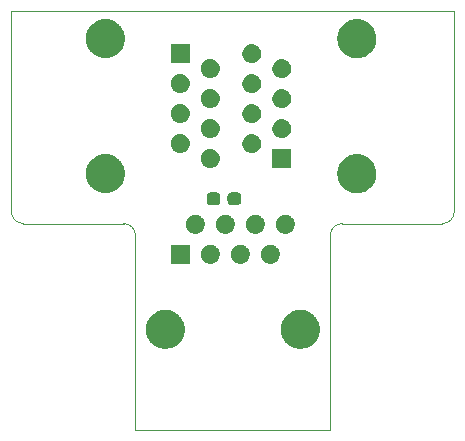
<source format=gbr>
G04 #@! TF.GenerationSoftware,KiCad,Pcbnew,5.99.0-unknown-06c979d~86~ubuntu18.04.1*
G04 #@! TF.CreationDate,2020-01-24T15:10:46+02:00*
G04 #@! TF.ProjectId,interconnect,696e7465-7263-46f6-9e6e-6563742e6b69,rev?*
G04 #@! TF.SameCoordinates,Original*
G04 #@! TF.FileFunction,Soldermask,Bot*
G04 #@! TF.FilePolarity,Negative*
%FSLAX46Y46*%
G04 Gerber Fmt 4.6, Leading zero omitted, Abs format (unit mm)*
G04 Created by KiCad (PCBNEW 5.99.0-unknown-06c979d~86~ubuntu18.04.1) date 2020-01-24 15:10:46*
%MOMM*%
%LPD*%
G04 APERTURE LIST*
%ADD10C,0.050000*%
G04 APERTURE END LIST*
D10*
X93000000Y-97500000D02*
G75*
G02*
X92000000Y-96500000I0J1000000D01*
G01*
X129500000Y-96500000D02*
G75*
G02*
X128500000Y-97500000I-1000000J0D01*
G01*
X101500000Y-97500000D02*
G75*
G02*
X102500000Y-98500000I0J-1000000D01*
G01*
X119000000Y-98500000D02*
G75*
G02*
X120000000Y-97500000I1000000J0D01*
G01*
X102500000Y-115000000D02*
X119000000Y-115000000D01*
X102500000Y-98500000D02*
X102500000Y-115000000D01*
X101500000Y-97500000D02*
X93000000Y-97500000D01*
X119000000Y-98500000D02*
X119000000Y-115000000D01*
X128500000Y-97500000D02*
X120000000Y-97500000D01*
X92000000Y-96500000D02*
X92000000Y-79500000D01*
X129500000Y-79500000D02*
X129500000Y-96500000D01*
X92000000Y-79500000D02*
X129500000Y-79500000D01*
G36*
X105103022Y-104799000D02*
G01*
X105159937Y-104799000D01*
X105230165Y-104810123D01*
X105296131Y-104815894D01*
X105353380Y-104829638D01*
X105416610Y-104839653D01*
X105477497Y-104859436D01*
X105534743Y-104873180D01*
X105596136Y-104897984D01*
X105663764Y-104919958D01*
X105714474Y-104945796D01*
X105762265Y-104965105D01*
X105825671Y-105002454D01*
X105895312Y-105037938D01*
X105935587Y-105067200D01*
X105973707Y-105089654D01*
X106036673Y-105140643D01*
X106105554Y-105190688D01*
X106135698Y-105220832D01*
X106164413Y-105244085D01*
X106224234Y-105309368D01*
X106289312Y-105374446D01*
X106310156Y-105403135D01*
X106330196Y-105425005D01*
X106384001Y-105504774D01*
X106442062Y-105584688D01*
X106454904Y-105609892D01*
X106467421Y-105628449D01*
X106512283Y-105722504D01*
X106560042Y-105816236D01*
X106566562Y-105836301D01*
X106573065Y-105849936D01*
X106606094Y-105957971D01*
X106640347Y-106063390D01*
X106642522Y-106077120D01*
X106644810Y-106084605D01*
X106663268Y-106208109D01*
X106681000Y-106320063D01*
X106681000Y-106579937D01*
X106672829Y-106631526D01*
X106672069Y-106660550D01*
X106654747Y-106745691D01*
X106640347Y-106836610D01*
X106629387Y-106870340D01*
X106623474Y-106899406D01*
X106590568Y-106989813D01*
X106560042Y-107083764D01*
X106547199Y-107108971D01*
X106539543Y-107130004D01*
X106489821Y-107221581D01*
X106442062Y-107315312D01*
X106429661Y-107332381D01*
X106422454Y-107345654D01*
X106354473Y-107435867D01*
X106289312Y-107525554D01*
X106279482Y-107535384D01*
X106274770Y-107541637D01*
X106185698Y-107629168D01*
X106105554Y-107709312D01*
X106100141Y-107713245D01*
X106099747Y-107713632D01*
X105901220Y-107857871D01*
X105900728Y-107858127D01*
X105895312Y-107862062D01*
X105794278Y-107913542D01*
X105683550Y-107971183D01*
X105676150Y-107973731D01*
X105663764Y-107980042D01*
X105558333Y-108014298D01*
X105451526Y-108051075D01*
X105436676Y-108053827D01*
X105416610Y-108060347D01*
X105312689Y-108076806D01*
X105210245Y-108095793D01*
X105187881Y-108096574D01*
X105159937Y-108101000D01*
X105061152Y-108101000D01*
X104965002Y-108104358D01*
X104935530Y-108101000D01*
X104900063Y-108101000D01*
X104809148Y-108086600D01*
X104721183Y-108076578D01*
X104685498Y-108067016D01*
X104643390Y-108060347D01*
X104562407Y-108034034D01*
X104484153Y-108013066D01*
X104443585Y-107995427D01*
X104396236Y-107980042D01*
X104326594Y-107944558D01*
X104259113Y-107915216D01*
X104215401Y-107887902D01*
X104164688Y-107862062D01*
X104107156Y-107820263D01*
X104051006Y-107785176D01*
X104006242Y-107746944D01*
X103954446Y-107709312D01*
X103909178Y-107664044D01*
X103864408Y-107625807D01*
X103820964Y-107575830D01*
X103770688Y-107525554D01*
X103737236Y-107479511D01*
X103703419Y-107440609D01*
X103663880Y-107378546D01*
X103617938Y-107315312D01*
X103595337Y-107270955D01*
X103571567Y-107233644D01*
X103538612Y-107159626D01*
X103499958Y-107083764D01*
X103486786Y-107043224D01*
X103471757Y-107009469D01*
X103448096Y-106924148D01*
X103419653Y-106836610D01*
X103414104Y-106801577D01*
X103406178Y-106772995D01*
X103394452Y-106677500D01*
X103379000Y-106579937D01*
X103379000Y-106551652D01*
X103376272Y-106529435D01*
X103379000Y-106425263D01*
X103379000Y-106320063D01*
X103382301Y-106299224D01*
X103382696Y-106284126D01*
X103402313Y-106172872D01*
X103419653Y-106063390D01*
X103423948Y-106050172D01*
X103425307Y-106042463D01*
X103464914Y-105924091D01*
X103499958Y-105816236D01*
X103502998Y-105810269D01*
X103503173Y-105809747D01*
X103614580Y-105591100D01*
X103614898Y-105590654D01*
X103617938Y-105584688D01*
X103684593Y-105492945D01*
X103757081Y-105391321D01*
X103762519Y-105385690D01*
X103770688Y-105374446D01*
X103849036Y-105296098D01*
X103927541Y-105214803D01*
X103939532Y-105205602D01*
X103954446Y-105190688D01*
X104039547Y-105128858D01*
X104122230Y-105065414D01*
X104141806Y-105054563D01*
X104164688Y-105037938D01*
X104252693Y-104993097D01*
X104336850Y-104946448D01*
X104364635Y-104936060D01*
X104396236Y-104919958D01*
X104483770Y-104891517D01*
X104566703Y-104860509D01*
X104602844Y-104852827D01*
X104643390Y-104839653D01*
X104727499Y-104826331D01*
X104806738Y-104809489D01*
X104850887Y-104806789D01*
X104900063Y-104799000D01*
X104978232Y-104799000D01*
X105051675Y-104794508D01*
X105103022Y-104799000D01*
G37*
G36*
X116533022Y-104799000D02*
G01*
X116589937Y-104799000D01*
X116660165Y-104810123D01*
X116726131Y-104815894D01*
X116783380Y-104829638D01*
X116846610Y-104839653D01*
X116907497Y-104859436D01*
X116964743Y-104873180D01*
X117026136Y-104897984D01*
X117093764Y-104919958D01*
X117144474Y-104945796D01*
X117192265Y-104965105D01*
X117255671Y-105002454D01*
X117325312Y-105037938D01*
X117365587Y-105067200D01*
X117403707Y-105089654D01*
X117466673Y-105140643D01*
X117535554Y-105190688D01*
X117565698Y-105220832D01*
X117594413Y-105244085D01*
X117654234Y-105309368D01*
X117719312Y-105374446D01*
X117740156Y-105403135D01*
X117760196Y-105425005D01*
X117814001Y-105504774D01*
X117872062Y-105584688D01*
X117884904Y-105609892D01*
X117897421Y-105628449D01*
X117942283Y-105722504D01*
X117990042Y-105816236D01*
X117996562Y-105836301D01*
X118003065Y-105849936D01*
X118036094Y-105957971D01*
X118070347Y-106063390D01*
X118072522Y-106077120D01*
X118074810Y-106084605D01*
X118093268Y-106208109D01*
X118111000Y-106320063D01*
X118111000Y-106579937D01*
X118102829Y-106631526D01*
X118102069Y-106660550D01*
X118084747Y-106745691D01*
X118070347Y-106836610D01*
X118059387Y-106870340D01*
X118053474Y-106899406D01*
X118020568Y-106989813D01*
X117990042Y-107083764D01*
X117977199Y-107108971D01*
X117969543Y-107130004D01*
X117919821Y-107221581D01*
X117872062Y-107315312D01*
X117859661Y-107332381D01*
X117852454Y-107345654D01*
X117784473Y-107435867D01*
X117719312Y-107525554D01*
X117709482Y-107535384D01*
X117704770Y-107541637D01*
X117615698Y-107629168D01*
X117535554Y-107709312D01*
X117530141Y-107713245D01*
X117529747Y-107713632D01*
X117331220Y-107857871D01*
X117330728Y-107858127D01*
X117325312Y-107862062D01*
X117224278Y-107913542D01*
X117113550Y-107971183D01*
X117106150Y-107973731D01*
X117093764Y-107980042D01*
X116988333Y-108014298D01*
X116881526Y-108051075D01*
X116866676Y-108053827D01*
X116846610Y-108060347D01*
X116742689Y-108076806D01*
X116640245Y-108095793D01*
X116617881Y-108096574D01*
X116589937Y-108101000D01*
X116491152Y-108101000D01*
X116395002Y-108104358D01*
X116365530Y-108101000D01*
X116330063Y-108101000D01*
X116239148Y-108086600D01*
X116151183Y-108076578D01*
X116115498Y-108067016D01*
X116073390Y-108060347D01*
X115992407Y-108034034D01*
X115914153Y-108013066D01*
X115873585Y-107995427D01*
X115826236Y-107980042D01*
X115756594Y-107944558D01*
X115689113Y-107915216D01*
X115645401Y-107887902D01*
X115594688Y-107862062D01*
X115537156Y-107820263D01*
X115481006Y-107785176D01*
X115436242Y-107746944D01*
X115384446Y-107709312D01*
X115339178Y-107664044D01*
X115294408Y-107625807D01*
X115250964Y-107575830D01*
X115200688Y-107525554D01*
X115167236Y-107479511D01*
X115133419Y-107440609D01*
X115093880Y-107378546D01*
X115047938Y-107315312D01*
X115025337Y-107270955D01*
X115001567Y-107233644D01*
X114968612Y-107159626D01*
X114929958Y-107083764D01*
X114916786Y-107043224D01*
X114901757Y-107009469D01*
X114878096Y-106924148D01*
X114849653Y-106836610D01*
X114844104Y-106801577D01*
X114836178Y-106772995D01*
X114824452Y-106677500D01*
X114809000Y-106579937D01*
X114809000Y-106551652D01*
X114806272Y-106529435D01*
X114809000Y-106425263D01*
X114809000Y-106320063D01*
X114812301Y-106299224D01*
X114812696Y-106284126D01*
X114832313Y-106172872D01*
X114849653Y-106063390D01*
X114853948Y-106050172D01*
X114855307Y-106042463D01*
X114894914Y-105924091D01*
X114929958Y-105816236D01*
X114932998Y-105810269D01*
X114933173Y-105809747D01*
X115044580Y-105591100D01*
X115044898Y-105590654D01*
X115047938Y-105584688D01*
X115114593Y-105492945D01*
X115187081Y-105391321D01*
X115192519Y-105385690D01*
X115200688Y-105374446D01*
X115279036Y-105296098D01*
X115357541Y-105214803D01*
X115369532Y-105205602D01*
X115384446Y-105190688D01*
X115469547Y-105128858D01*
X115552230Y-105065414D01*
X115571806Y-105054563D01*
X115594688Y-105037938D01*
X115682693Y-104993097D01*
X115766850Y-104946448D01*
X115794635Y-104936060D01*
X115826236Y-104919958D01*
X115913770Y-104891517D01*
X115996703Y-104860509D01*
X116032844Y-104852827D01*
X116073390Y-104839653D01*
X116157499Y-104826331D01*
X116236738Y-104809489D01*
X116280887Y-104806789D01*
X116330063Y-104799000D01*
X116408232Y-104799000D01*
X116481675Y-104794508D01*
X116533022Y-104799000D01*
G37*
G36*
X113964308Y-99299245D02*
G01*
X114015442Y-99299602D01*
X114054208Y-99308695D01*
X114087453Y-99312189D01*
X114135075Y-99327662D01*
X114190397Y-99340638D01*
X114221102Y-99355614D01*
X114247593Y-99364221D01*
X114295718Y-99392006D01*
X114351913Y-99419414D01*
X114374132Y-99437278D01*
X114393407Y-99448407D01*
X114438743Y-99489227D01*
X114491962Y-99532017D01*
X114506159Y-99549929D01*
X114518539Y-99561076D01*
X114557535Y-99614749D01*
X114603584Y-99672849D01*
X114611015Y-99688360D01*
X114617506Y-99697293D01*
X114646540Y-99762504D01*
X114681232Y-99834911D01*
X114683789Y-99846167D01*
X114685991Y-99851112D01*
X114701645Y-99924759D01*
X114721045Y-100010148D01*
X114720968Y-100015667D01*
X114720999Y-100015813D01*
X114720999Y-100184187D01*
X114718446Y-100196197D01*
X114718223Y-100212183D01*
X114699781Y-100284008D01*
X114685991Y-100348888D01*
X114679217Y-100364103D01*
X114673533Y-100386240D01*
X114642321Y-100446972D01*
X114617506Y-100502707D01*
X114604422Y-100520716D01*
X114591391Y-100546071D01*
X114551205Y-100593963D01*
X114518539Y-100638924D01*
X114497839Y-100657563D01*
X114475880Y-100683732D01*
X114430622Y-100718085D01*
X114393407Y-100751593D01*
X114364451Y-100768311D01*
X114332741Y-100792380D01*
X114286177Y-100813502D01*
X114247593Y-100835779D01*
X114210500Y-100847831D01*
X114169089Y-100866616D01*
X114124541Y-100875761D01*
X114087453Y-100887811D01*
X114043153Y-100892467D01*
X113993056Y-100902751D01*
X113953250Y-100901917D01*
X113920000Y-100905412D01*
X113870196Y-100900177D01*
X113813392Y-100898987D01*
X113780244Y-100890722D01*
X113752547Y-100887811D01*
X113699704Y-100870641D01*
X113639027Y-100855513D01*
X113613578Y-100842658D01*
X113592407Y-100835779D01*
X113539572Y-100805274D01*
X113478627Y-100774489D01*
X113461017Y-100759921D01*
X113446593Y-100751593D01*
X113397302Y-100707211D01*
X113340163Y-100659942D01*
X113329667Y-100646313D01*
X113321461Y-100638924D01*
X113279501Y-100581171D01*
X113230518Y-100517565D01*
X113225677Y-100507088D01*
X113222494Y-100502707D01*
X113191854Y-100433890D01*
X113155141Y-100354435D01*
X113117779Y-100178658D01*
X113119001Y-100091143D01*
X113119001Y-100015813D01*
X113120127Y-100010516D01*
X113120288Y-99998973D01*
X113139170Y-99920926D01*
X113154009Y-99851112D01*
X113158500Y-99841026D01*
X113162544Y-99824309D01*
X113195514Y-99757891D01*
X113222494Y-99697293D01*
X113232283Y-99683820D01*
X113242446Y-99663346D01*
X113285604Y-99610430D01*
X113321461Y-99561076D01*
X113338004Y-99546181D01*
X113356024Y-99524086D01*
X113405298Y-99485589D01*
X113446593Y-99448407D01*
X113470713Y-99434481D01*
X113497632Y-99413450D01*
X113549039Y-99389260D01*
X113592407Y-99364221D01*
X113624203Y-99353890D01*
X113660232Y-99336936D01*
X113710183Y-99325954D01*
X113752547Y-99312189D01*
X113791331Y-99308112D01*
X113835743Y-99298348D01*
X113881209Y-99298665D01*
X113920000Y-99294588D01*
X113964308Y-99299245D01*
G37*
G36*
X108884308Y-99299245D02*
G01*
X108935442Y-99299602D01*
X108974208Y-99308695D01*
X109007453Y-99312189D01*
X109055075Y-99327662D01*
X109110397Y-99340638D01*
X109141102Y-99355614D01*
X109167593Y-99364221D01*
X109215718Y-99392006D01*
X109271913Y-99419414D01*
X109294132Y-99437278D01*
X109313407Y-99448407D01*
X109358743Y-99489227D01*
X109411962Y-99532017D01*
X109426159Y-99549929D01*
X109438539Y-99561076D01*
X109477535Y-99614749D01*
X109523584Y-99672849D01*
X109531015Y-99688360D01*
X109537506Y-99697293D01*
X109566540Y-99762504D01*
X109601232Y-99834911D01*
X109603789Y-99846167D01*
X109605991Y-99851112D01*
X109621645Y-99924759D01*
X109641045Y-100010148D01*
X109640968Y-100015667D01*
X109640999Y-100015813D01*
X109640999Y-100184187D01*
X109638446Y-100196197D01*
X109638223Y-100212183D01*
X109619781Y-100284008D01*
X109605991Y-100348888D01*
X109599217Y-100364103D01*
X109593533Y-100386240D01*
X109562321Y-100446972D01*
X109537506Y-100502707D01*
X109524422Y-100520716D01*
X109511391Y-100546071D01*
X109471205Y-100593963D01*
X109438539Y-100638924D01*
X109417839Y-100657563D01*
X109395880Y-100683732D01*
X109350622Y-100718085D01*
X109313407Y-100751593D01*
X109284451Y-100768311D01*
X109252741Y-100792380D01*
X109206177Y-100813502D01*
X109167593Y-100835779D01*
X109130500Y-100847831D01*
X109089089Y-100866616D01*
X109044541Y-100875761D01*
X109007453Y-100887811D01*
X108963153Y-100892467D01*
X108913056Y-100902751D01*
X108873250Y-100901917D01*
X108840000Y-100905412D01*
X108790196Y-100900177D01*
X108733392Y-100898987D01*
X108700244Y-100890722D01*
X108672547Y-100887811D01*
X108619704Y-100870641D01*
X108559027Y-100855513D01*
X108533578Y-100842658D01*
X108512407Y-100835779D01*
X108459572Y-100805274D01*
X108398627Y-100774489D01*
X108381017Y-100759921D01*
X108366593Y-100751593D01*
X108317302Y-100707211D01*
X108260163Y-100659942D01*
X108249667Y-100646313D01*
X108241461Y-100638924D01*
X108199501Y-100581171D01*
X108150518Y-100517565D01*
X108145677Y-100507088D01*
X108142494Y-100502707D01*
X108111854Y-100433890D01*
X108075141Y-100354435D01*
X108037779Y-100178658D01*
X108039001Y-100091143D01*
X108039001Y-100015813D01*
X108040127Y-100010516D01*
X108040288Y-99998973D01*
X108059170Y-99920926D01*
X108074009Y-99851112D01*
X108078500Y-99841026D01*
X108082544Y-99824309D01*
X108115514Y-99757891D01*
X108142494Y-99697293D01*
X108152283Y-99683820D01*
X108162446Y-99663346D01*
X108205604Y-99610430D01*
X108241461Y-99561076D01*
X108258004Y-99546181D01*
X108276024Y-99524086D01*
X108325298Y-99485589D01*
X108366593Y-99448407D01*
X108390713Y-99434481D01*
X108417632Y-99413450D01*
X108469039Y-99389260D01*
X108512407Y-99364221D01*
X108544203Y-99353890D01*
X108580232Y-99336936D01*
X108630183Y-99325954D01*
X108672547Y-99312189D01*
X108711331Y-99308112D01*
X108755743Y-99298348D01*
X108801209Y-99298665D01*
X108840000Y-99294588D01*
X108884308Y-99299245D01*
G37*
G36*
X111424308Y-99299245D02*
G01*
X111475442Y-99299602D01*
X111514208Y-99308695D01*
X111547453Y-99312189D01*
X111595075Y-99327662D01*
X111650397Y-99340638D01*
X111681102Y-99355614D01*
X111707593Y-99364221D01*
X111755718Y-99392006D01*
X111811913Y-99419414D01*
X111834132Y-99437278D01*
X111853407Y-99448407D01*
X111898743Y-99489227D01*
X111951962Y-99532017D01*
X111966159Y-99549929D01*
X111978539Y-99561076D01*
X112017535Y-99614749D01*
X112063584Y-99672849D01*
X112071015Y-99688360D01*
X112077506Y-99697293D01*
X112106540Y-99762504D01*
X112141232Y-99834911D01*
X112143789Y-99846167D01*
X112145991Y-99851112D01*
X112161645Y-99924759D01*
X112181045Y-100010148D01*
X112180968Y-100015667D01*
X112180999Y-100015813D01*
X112180999Y-100184187D01*
X112178446Y-100196197D01*
X112178223Y-100212183D01*
X112159781Y-100284008D01*
X112145991Y-100348888D01*
X112139217Y-100364103D01*
X112133533Y-100386240D01*
X112102321Y-100446972D01*
X112077506Y-100502707D01*
X112064422Y-100520716D01*
X112051391Y-100546071D01*
X112011205Y-100593963D01*
X111978539Y-100638924D01*
X111957839Y-100657563D01*
X111935880Y-100683732D01*
X111890622Y-100718085D01*
X111853407Y-100751593D01*
X111824451Y-100768311D01*
X111792741Y-100792380D01*
X111746177Y-100813502D01*
X111707593Y-100835779D01*
X111670500Y-100847831D01*
X111629089Y-100866616D01*
X111584541Y-100875761D01*
X111547453Y-100887811D01*
X111503153Y-100892467D01*
X111453056Y-100902751D01*
X111413250Y-100901917D01*
X111380000Y-100905412D01*
X111330196Y-100900177D01*
X111273392Y-100898987D01*
X111240244Y-100890722D01*
X111212547Y-100887811D01*
X111159704Y-100870641D01*
X111099027Y-100855513D01*
X111073578Y-100842658D01*
X111052407Y-100835779D01*
X110999572Y-100805274D01*
X110938627Y-100774489D01*
X110921017Y-100759921D01*
X110906593Y-100751593D01*
X110857302Y-100707211D01*
X110800163Y-100659942D01*
X110789667Y-100646313D01*
X110781461Y-100638924D01*
X110739501Y-100581171D01*
X110690518Y-100517565D01*
X110685677Y-100507088D01*
X110682494Y-100502707D01*
X110651854Y-100433890D01*
X110615141Y-100354435D01*
X110577779Y-100178658D01*
X110579001Y-100091143D01*
X110579001Y-100015813D01*
X110580127Y-100010516D01*
X110580288Y-99998973D01*
X110599170Y-99920926D01*
X110614009Y-99851112D01*
X110618500Y-99841026D01*
X110622544Y-99824309D01*
X110655514Y-99757891D01*
X110682494Y-99697293D01*
X110692283Y-99683820D01*
X110702446Y-99663346D01*
X110745604Y-99610430D01*
X110781461Y-99561076D01*
X110798004Y-99546181D01*
X110816024Y-99524086D01*
X110865298Y-99485589D01*
X110906593Y-99448407D01*
X110930713Y-99434481D01*
X110957632Y-99413450D01*
X111009039Y-99389260D01*
X111052407Y-99364221D01*
X111084203Y-99353890D01*
X111120232Y-99336936D01*
X111170183Y-99325954D01*
X111212547Y-99312189D01*
X111251331Y-99308112D01*
X111295743Y-99298348D01*
X111341209Y-99298665D01*
X111380000Y-99294588D01*
X111424308Y-99299245D01*
G37*
G36*
X107069899Y-99301959D02*
G01*
X107086769Y-99313231D01*
X107098041Y-99330101D01*
X107104448Y-99362312D01*
X107104448Y-100837688D01*
X107101999Y-100850000D01*
X107098041Y-100869899D01*
X107086769Y-100886769D01*
X107069899Y-100898041D01*
X107050000Y-100901999D01*
X107037688Y-100904448D01*
X105562312Y-100904448D01*
X105530101Y-100898041D01*
X105513231Y-100886769D01*
X105501959Y-100869899D01*
X105495552Y-100837688D01*
X105495552Y-99362312D01*
X105501959Y-99330101D01*
X105513231Y-99313231D01*
X105530101Y-99301959D01*
X105562312Y-99295552D01*
X107037688Y-99295552D01*
X107069899Y-99301959D01*
G37*
G36*
X107614308Y-96759245D02*
G01*
X107665442Y-96759602D01*
X107704208Y-96768695D01*
X107737453Y-96772189D01*
X107785075Y-96787662D01*
X107840397Y-96800638D01*
X107871102Y-96815614D01*
X107897593Y-96824221D01*
X107945718Y-96852006D01*
X108001913Y-96879414D01*
X108024132Y-96897278D01*
X108043407Y-96908407D01*
X108088743Y-96949227D01*
X108141962Y-96992017D01*
X108156159Y-97009929D01*
X108168539Y-97021076D01*
X108207535Y-97074749D01*
X108253584Y-97132849D01*
X108261015Y-97148360D01*
X108267506Y-97157293D01*
X108296540Y-97222504D01*
X108331232Y-97294911D01*
X108333789Y-97306167D01*
X108335991Y-97311112D01*
X108351645Y-97384759D01*
X108371045Y-97470148D01*
X108370968Y-97475667D01*
X108370999Y-97475813D01*
X108370999Y-97644187D01*
X108368446Y-97656197D01*
X108368223Y-97672183D01*
X108349781Y-97744008D01*
X108335991Y-97808888D01*
X108329217Y-97824103D01*
X108323533Y-97846240D01*
X108292321Y-97906972D01*
X108267506Y-97962707D01*
X108254422Y-97980716D01*
X108241391Y-98006071D01*
X108201205Y-98053963D01*
X108168539Y-98098924D01*
X108147839Y-98117563D01*
X108125880Y-98143732D01*
X108080622Y-98178085D01*
X108043407Y-98211593D01*
X108014451Y-98228311D01*
X107982741Y-98252380D01*
X107936177Y-98273502D01*
X107897593Y-98295779D01*
X107860500Y-98307831D01*
X107819089Y-98326616D01*
X107774541Y-98335761D01*
X107737453Y-98347811D01*
X107693153Y-98352467D01*
X107643056Y-98362751D01*
X107603250Y-98361917D01*
X107570000Y-98365412D01*
X107520196Y-98360177D01*
X107463392Y-98358987D01*
X107430244Y-98350722D01*
X107402547Y-98347811D01*
X107349704Y-98330641D01*
X107289027Y-98315513D01*
X107263578Y-98302658D01*
X107242407Y-98295779D01*
X107189572Y-98265274D01*
X107128627Y-98234489D01*
X107111017Y-98219921D01*
X107096593Y-98211593D01*
X107047302Y-98167211D01*
X106990163Y-98119942D01*
X106979667Y-98106313D01*
X106971461Y-98098924D01*
X106929501Y-98041171D01*
X106880518Y-97977565D01*
X106875677Y-97967088D01*
X106872494Y-97962707D01*
X106841854Y-97893890D01*
X106805141Y-97814435D01*
X106767779Y-97638658D01*
X106769001Y-97551143D01*
X106769001Y-97475813D01*
X106770127Y-97470516D01*
X106770288Y-97458973D01*
X106789170Y-97380926D01*
X106804009Y-97311112D01*
X106808500Y-97301026D01*
X106812544Y-97284309D01*
X106845514Y-97217891D01*
X106872494Y-97157293D01*
X106882283Y-97143820D01*
X106892446Y-97123346D01*
X106935604Y-97070430D01*
X106971461Y-97021076D01*
X106988004Y-97006181D01*
X107006024Y-96984086D01*
X107055298Y-96945589D01*
X107096593Y-96908407D01*
X107120713Y-96894481D01*
X107147632Y-96873450D01*
X107199039Y-96849260D01*
X107242407Y-96824221D01*
X107274203Y-96813890D01*
X107310232Y-96796936D01*
X107360183Y-96785954D01*
X107402547Y-96772189D01*
X107441331Y-96768112D01*
X107485743Y-96758348D01*
X107531209Y-96758665D01*
X107570000Y-96754588D01*
X107614308Y-96759245D01*
G37*
G36*
X110154308Y-96759245D02*
G01*
X110205442Y-96759602D01*
X110244208Y-96768695D01*
X110277453Y-96772189D01*
X110325075Y-96787662D01*
X110380397Y-96800638D01*
X110411102Y-96815614D01*
X110437593Y-96824221D01*
X110485718Y-96852006D01*
X110541913Y-96879414D01*
X110564132Y-96897278D01*
X110583407Y-96908407D01*
X110628743Y-96949227D01*
X110681962Y-96992017D01*
X110696159Y-97009929D01*
X110708539Y-97021076D01*
X110747535Y-97074749D01*
X110793584Y-97132849D01*
X110801015Y-97148360D01*
X110807506Y-97157293D01*
X110836540Y-97222504D01*
X110871232Y-97294911D01*
X110873789Y-97306167D01*
X110875991Y-97311112D01*
X110891645Y-97384759D01*
X110911045Y-97470148D01*
X110910968Y-97475667D01*
X110910999Y-97475813D01*
X110910999Y-97644187D01*
X110908446Y-97656197D01*
X110908223Y-97672183D01*
X110889781Y-97744008D01*
X110875991Y-97808888D01*
X110869217Y-97824103D01*
X110863533Y-97846240D01*
X110832321Y-97906972D01*
X110807506Y-97962707D01*
X110794422Y-97980716D01*
X110781391Y-98006071D01*
X110741205Y-98053963D01*
X110708539Y-98098924D01*
X110687839Y-98117563D01*
X110665880Y-98143732D01*
X110620622Y-98178085D01*
X110583407Y-98211593D01*
X110554451Y-98228311D01*
X110522741Y-98252380D01*
X110476177Y-98273502D01*
X110437593Y-98295779D01*
X110400500Y-98307831D01*
X110359089Y-98326616D01*
X110314541Y-98335761D01*
X110277453Y-98347811D01*
X110233153Y-98352467D01*
X110183056Y-98362751D01*
X110143250Y-98361917D01*
X110110000Y-98365412D01*
X110060196Y-98360177D01*
X110003392Y-98358987D01*
X109970244Y-98350722D01*
X109942547Y-98347811D01*
X109889704Y-98330641D01*
X109829027Y-98315513D01*
X109803578Y-98302658D01*
X109782407Y-98295779D01*
X109729572Y-98265274D01*
X109668627Y-98234489D01*
X109651017Y-98219921D01*
X109636593Y-98211593D01*
X109587302Y-98167211D01*
X109530163Y-98119942D01*
X109519667Y-98106313D01*
X109511461Y-98098924D01*
X109469501Y-98041171D01*
X109420518Y-97977565D01*
X109415677Y-97967088D01*
X109412494Y-97962707D01*
X109381854Y-97893890D01*
X109345141Y-97814435D01*
X109307779Y-97638658D01*
X109309001Y-97551143D01*
X109309001Y-97475813D01*
X109310127Y-97470516D01*
X109310288Y-97458973D01*
X109329170Y-97380926D01*
X109344009Y-97311112D01*
X109348500Y-97301026D01*
X109352544Y-97284309D01*
X109385514Y-97217891D01*
X109412494Y-97157293D01*
X109422283Y-97143820D01*
X109432446Y-97123346D01*
X109475604Y-97070430D01*
X109511461Y-97021076D01*
X109528004Y-97006181D01*
X109546024Y-96984086D01*
X109595298Y-96945589D01*
X109636593Y-96908407D01*
X109660713Y-96894481D01*
X109687632Y-96873450D01*
X109739039Y-96849260D01*
X109782407Y-96824221D01*
X109814203Y-96813890D01*
X109850232Y-96796936D01*
X109900183Y-96785954D01*
X109942547Y-96772189D01*
X109981331Y-96768112D01*
X110025743Y-96758348D01*
X110071209Y-96758665D01*
X110110000Y-96754588D01*
X110154308Y-96759245D01*
G37*
G36*
X112694308Y-96759245D02*
G01*
X112745442Y-96759602D01*
X112784208Y-96768695D01*
X112817453Y-96772189D01*
X112865075Y-96787662D01*
X112920397Y-96800638D01*
X112951102Y-96815614D01*
X112977593Y-96824221D01*
X113025718Y-96852006D01*
X113081913Y-96879414D01*
X113104132Y-96897278D01*
X113123407Y-96908407D01*
X113168743Y-96949227D01*
X113221962Y-96992017D01*
X113236159Y-97009929D01*
X113248539Y-97021076D01*
X113287535Y-97074749D01*
X113333584Y-97132849D01*
X113341015Y-97148360D01*
X113347506Y-97157293D01*
X113376540Y-97222504D01*
X113411232Y-97294911D01*
X113413789Y-97306167D01*
X113415991Y-97311112D01*
X113431645Y-97384759D01*
X113451045Y-97470148D01*
X113450968Y-97475667D01*
X113450999Y-97475813D01*
X113450999Y-97644187D01*
X113448446Y-97656197D01*
X113448223Y-97672183D01*
X113429781Y-97744008D01*
X113415991Y-97808888D01*
X113409217Y-97824103D01*
X113403533Y-97846240D01*
X113372321Y-97906972D01*
X113347506Y-97962707D01*
X113334422Y-97980716D01*
X113321391Y-98006071D01*
X113281205Y-98053963D01*
X113248539Y-98098924D01*
X113227839Y-98117563D01*
X113205880Y-98143732D01*
X113160622Y-98178085D01*
X113123407Y-98211593D01*
X113094451Y-98228311D01*
X113062741Y-98252380D01*
X113016177Y-98273502D01*
X112977593Y-98295779D01*
X112940500Y-98307831D01*
X112899089Y-98326616D01*
X112854541Y-98335761D01*
X112817453Y-98347811D01*
X112773153Y-98352467D01*
X112723056Y-98362751D01*
X112683250Y-98361917D01*
X112650000Y-98365412D01*
X112600196Y-98360177D01*
X112543392Y-98358987D01*
X112510244Y-98350722D01*
X112482547Y-98347811D01*
X112429704Y-98330641D01*
X112369027Y-98315513D01*
X112343578Y-98302658D01*
X112322407Y-98295779D01*
X112269572Y-98265274D01*
X112208627Y-98234489D01*
X112191017Y-98219921D01*
X112176593Y-98211593D01*
X112127302Y-98167211D01*
X112070163Y-98119942D01*
X112059667Y-98106313D01*
X112051461Y-98098924D01*
X112009501Y-98041171D01*
X111960518Y-97977565D01*
X111955677Y-97967088D01*
X111952494Y-97962707D01*
X111921854Y-97893890D01*
X111885141Y-97814435D01*
X111847779Y-97638658D01*
X111849001Y-97551143D01*
X111849001Y-97475813D01*
X111850127Y-97470516D01*
X111850288Y-97458973D01*
X111869170Y-97380926D01*
X111884009Y-97311112D01*
X111888500Y-97301026D01*
X111892544Y-97284309D01*
X111925514Y-97217891D01*
X111952494Y-97157293D01*
X111962283Y-97143820D01*
X111972446Y-97123346D01*
X112015604Y-97070430D01*
X112051461Y-97021076D01*
X112068004Y-97006181D01*
X112086024Y-96984086D01*
X112135298Y-96945589D01*
X112176593Y-96908407D01*
X112200713Y-96894481D01*
X112227632Y-96873450D01*
X112279039Y-96849260D01*
X112322407Y-96824221D01*
X112354203Y-96813890D01*
X112390232Y-96796936D01*
X112440183Y-96785954D01*
X112482547Y-96772189D01*
X112521331Y-96768112D01*
X112565743Y-96758348D01*
X112611209Y-96758665D01*
X112650000Y-96754588D01*
X112694308Y-96759245D01*
G37*
G36*
X115234308Y-96759245D02*
G01*
X115285442Y-96759602D01*
X115324208Y-96768695D01*
X115357453Y-96772189D01*
X115405075Y-96787662D01*
X115460397Y-96800638D01*
X115491102Y-96815614D01*
X115517593Y-96824221D01*
X115565718Y-96852006D01*
X115621913Y-96879414D01*
X115644132Y-96897278D01*
X115663407Y-96908407D01*
X115708743Y-96949227D01*
X115761962Y-96992017D01*
X115776159Y-97009929D01*
X115788539Y-97021076D01*
X115827535Y-97074749D01*
X115873584Y-97132849D01*
X115881015Y-97148360D01*
X115887506Y-97157293D01*
X115916540Y-97222504D01*
X115951232Y-97294911D01*
X115953789Y-97306167D01*
X115955991Y-97311112D01*
X115971645Y-97384759D01*
X115991045Y-97470148D01*
X115990968Y-97475667D01*
X115990999Y-97475813D01*
X115990999Y-97644187D01*
X115988446Y-97656197D01*
X115988223Y-97672183D01*
X115969781Y-97744008D01*
X115955991Y-97808888D01*
X115949217Y-97824103D01*
X115943533Y-97846240D01*
X115912321Y-97906972D01*
X115887506Y-97962707D01*
X115874422Y-97980716D01*
X115861391Y-98006071D01*
X115821205Y-98053963D01*
X115788539Y-98098924D01*
X115767839Y-98117563D01*
X115745880Y-98143732D01*
X115700622Y-98178085D01*
X115663407Y-98211593D01*
X115634451Y-98228311D01*
X115602741Y-98252380D01*
X115556177Y-98273502D01*
X115517593Y-98295779D01*
X115480500Y-98307831D01*
X115439089Y-98326616D01*
X115394541Y-98335761D01*
X115357453Y-98347811D01*
X115313153Y-98352467D01*
X115263056Y-98362751D01*
X115223250Y-98361917D01*
X115190000Y-98365412D01*
X115140196Y-98360177D01*
X115083392Y-98358987D01*
X115050244Y-98350722D01*
X115022547Y-98347811D01*
X114969704Y-98330641D01*
X114909027Y-98315513D01*
X114883578Y-98302658D01*
X114862407Y-98295779D01*
X114809572Y-98265274D01*
X114748627Y-98234489D01*
X114731017Y-98219921D01*
X114716593Y-98211593D01*
X114667302Y-98167211D01*
X114610163Y-98119942D01*
X114599667Y-98106313D01*
X114591461Y-98098924D01*
X114549501Y-98041171D01*
X114500518Y-97977565D01*
X114495677Y-97967088D01*
X114492494Y-97962707D01*
X114461854Y-97893890D01*
X114425141Y-97814435D01*
X114387779Y-97638658D01*
X114389001Y-97551143D01*
X114389001Y-97475813D01*
X114390127Y-97470516D01*
X114390288Y-97458973D01*
X114409170Y-97380926D01*
X114424009Y-97311112D01*
X114428500Y-97301026D01*
X114432544Y-97284309D01*
X114465514Y-97217891D01*
X114492494Y-97157293D01*
X114502283Y-97143820D01*
X114512446Y-97123346D01*
X114555604Y-97070430D01*
X114591461Y-97021076D01*
X114608004Y-97006181D01*
X114626024Y-96984086D01*
X114675298Y-96945589D01*
X114716593Y-96908407D01*
X114740713Y-96894481D01*
X114767632Y-96873450D01*
X114819039Y-96849260D01*
X114862407Y-96824221D01*
X114894203Y-96813890D01*
X114930232Y-96796936D01*
X114980183Y-96785954D01*
X115022547Y-96772189D01*
X115061331Y-96768112D01*
X115105743Y-96758348D01*
X115151209Y-96758665D01*
X115190000Y-96754588D01*
X115234308Y-96759245D01*
G37*
G36*
X109407980Y-94873117D02*
G01*
X109408386Y-94873117D01*
X109410637Y-94873538D01*
X109499801Y-94887660D01*
X109507691Y-94891680D01*
X109514409Y-94892936D01*
X109534176Y-94905175D01*
X109581229Y-94929150D01*
X109594776Y-94942697D01*
X109606114Y-94949717D01*
X109619432Y-94967353D01*
X109645850Y-94993771D01*
X109659267Y-95020103D01*
X109671114Y-95035791D01*
X109674418Y-95049838D01*
X109687340Y-95075199D01*
X109701686Y-95165777D01*
X109701883Y-95166614D01*
X109701883Y-95167020D01*
X109703194Y-95175297D01*
X109703194Y-95624703D01*
X109701883Y-95632980D01*
X109701883Y-95633386D01*
X109701462Y-95635637D01*
X109687340Y-95724801D01*
X109683320Y-95732691D01*
X109682064Y-95739409D01*
X109669825Y-95759176D01*
X109645850Y-95806229D01*
X109632303Y-95819776D01*
X109625283Y-95831114D01*
X109607647Y-95844432D01*
X109581229Y-95870850D01*
X109554897Y-95884267D01*
X109539209Y-95896114D01*
X109525162Y-95899418D01*
X109499801Y-95912340D01*
X109409223Y-95926686D01*
X109408386Y-95926883D01*
X109407980Y-95926883D01*
X109399703Y-95928194D01*
X108850297Y-95928194D01*
X108842020Y-95926883D01*
X108841614Y-95926883D01*
X108839363Y-95926462D01*
X108750199Y-95912340D01*
X108742309Y-95908320D01*
X108735591Y-95907064D01*
X108715824Y-95894825D01*
X108668771Y-95870850D01*
X108655224Y-95857303D01*
X108643886Y-95850283D01*
X108630568Y-95832647D01*
X108604150Y-95806229D01*
X108590733Y-95779897D01*
X108578886Y-95764209D01*
X108575582Y-95750162D01*
X108562660Y-95724801D01*
X108548314Y-95634223D01*
X108548117Y-95633386D01*
X108548117Y-95632980D01*
X108546806Y-95624703D01*
X108546806Y-95175297D01*
X108548117Y-95167020D01*
X108548117Y-95166614D01*
X108548538Y-95164363D01*
X108562660Y-95075199D01*
X108566680Y-95067309D01*
X108567936Y-95060591D01*
X108580175Y-95040824D01*
X108604150Y-94993771D01*
X108617697Y-94980224D01*
X108624717Y-94968886D01*
X108642353Y-94955568D01*
X108668771Y-94929150D01*
X108695103Y-94915733D01*
X108710791Y-94903886D01*
X108724838Y-94900582D01*
X108750199Y-94887660D01*
X108840777Y-94873314D01*
X108841614Y-94873117D01*
X108842020Y-94873117D01*
X108850297Y-94871806D01*
X109399703Y-94871806D01*
X109407980Y-94873117D01*
G37*
G36*
X111157980Y-94873117D02*
G01*
X111158386Y-94873117D01*
X111160637Y-94873538D01*
X111249801Y-94887660D01*
X111257691Y-94891680D01*
X111264409Y-94892936D01*
X111284176Y-94905175D01*
X111331229Y-94929150D01*
X111344776Y-94942697D01*
X111356114Y-94949717D01*
X111369432Y-94967353D01*
X111395850Y-94993771D01*
X111409267Y-95020103D01*
X111421114Y-95035791D01*
X111424418Y-95049838D01*
X111437340Y-95075199D01*
X111451686Y-95165777D01*
X111451883Y-95166614D01*
X111451883Y-95167020D01*
X111453194Y-95175297D01*
X111453194Y-95624703D01*
X111451883Y-95632980D01*
X111451883Y-95633386D01*
X111451462Y-95635637D01*
X111437340Y-95724801D01*
X111433320Y-95732691D01*
X111432064Y-95739409D01*
X111419825Y-95759176D01*
X111395850Y-95806229D01*
X111382303Y-95819776D01*
X111375283Y-95831114D01*
X111357647Y-95844432D01*
X111331229Y-95870850D01*
X111304897Y-95884267D01*
X111289209Y-95896114D01*
X111275162Y-95899418D01*
X111249801Y-95912340D01*
X111159223Y-95926686D01*
X111158386Y-95926883D01*
X111157980Y-95926883D01*
X111149703Y-95928194D01*
X110600297Y-95928194D01*
X110592020Y-95926883D01*
X110591614Y-95926883D01*
X110589363Y-95926462D01*
X110500199Y-95912340D01*
X110492309Y-95908320D01*
X110485591Y-95907064D01*
X110465824Y-95894825D01*
X110418771Y-95870850D01*
X110405224Y-95857303D01*
X110393886Y-95850283D01*
X110380568Y-95832647D01*
X110354150Y-95806229D01*
X110340733Y-95779897D01*
X110328886Y-95764209D01*
X110325582Y-95750162D01*
X110312660Y-95724801D01*
X110298314Y-95634223D01*
X110298117Y-95633386D01*
X110298117Y-95632980D01*
X110296806Y-95624703D01*
X110296806Y-95175297D01*
X110298117Y-95167020D01*
X110298117Y-95166614D01*
X110298538Y-95164363D01*
X110312660Y-95075199D01*
X110316680Y-95067309D01*
X110317936Y-95060591D01*
X110330175Y-95040824D01*
X110354150Y-94993771D01*
X110367697Y-94980224D01*
X110374717Y-94968886D01*
X110392353Y-94955568D01*
X110418771Y-94929150D01*
X110445103Y-94915733D01*
X110460791Y-94903886D01*
X110474838Y-94900582D01*
X110500199Y-94887660D01*
X110590777Y-94873314D01*
X110591614Y-94873117D01*
X110592020Y-94873117D01*
X110600297Y-94871806D01*
X111149703Y-94871806D01*
X111157980Y-94873117D01*
G37*
G36*
X121323022Y-91619000D02*
G01*
X121379937Y-91619000D01*
X121450165Y-91630123D01*
X121516131Y-91635894D01*
X121573380Y-91649638D01*
X121636610Y-91659653D01*
X121697497Y-91679436D01*
X121754743Y-91693180D01*
X121816136Y-91717984D01*
X121883764Y-91739958D01*
X121934474Y-91765796D01*
X121982265Y-91785105D01*
X122045671Y-91822454D01*
X122115312Y-91857938D01*
X122155587Y-91887200D01*
X122193707Y-91909654D01*
X122256673Y-91960643D01*
X122325554Y-92010688D01*
X122355698Y-92040832D01*
X122384413Y-92064085D01*
X122444234Y-92129368D01*
X122509312Y-92194446D01*
X122530156Y-92223135D01*
X122550196Y-92245005D01*
X122604001Y-92324774D01*
X122662062Y-92404688D01*
X122674904Y-92429892D01*
X122687421Y-92448449D01*
X122732283Y-92542504D01*
X122780042Y-92636236D01*
X122786562Y-92656301D01*
X122793065Y-92669936D01*
X122826094Y-92777971D01*
X122860347Y-92883390D01*
X122862522Y-92897120D01*
X122864810Y-92904605D01*
X122883268Y-93028109D01*
X122901000Y-93140063D01*
X122901000Y-93399937D01*
X122892829Y-93451526D01*
X122892069Y-93480550D01*
X122874747Y-93565691D01*
X122860347Y-93656610D01*
X122849387Y-93690340D01*
X122843474Y-93719406D01*
X122810568Y-93809813D01*
X122780042Y-93903764D01*
X122767199Y-93928971D01*
X122759543Y-93950004D01*
X122709821Y-94041581D01*
X122662062Y-94135312D01*
X122649661Y-94152381D01*
X122642454Y-94165654D01*
X122574473Y-94255867D01*
X122509312Y-94345554D01*
X122499482Y-94355384D01*
X122494770Y-94361637D01*
X122405698Y-94449168D01*
X122325554Y-94529312D01*
X122320141Y-94533245D01*
X122319747Y-94533632D01*
X122121220Y-94677871D01*
X122120728Y-94678127D01*
X122115312Y-94682062D01*
X122014278Y-94733542D01*
X121903550Y-94791183D01*
X121896150Y-94793731D01*
X121883764Y-94800042D01*
X121778333Y-94834298D01*
X121671526Y-94871075D01*
X121656676Y-94873827D01*
X121636610Y-94880347D01*
X121532689Y-94896806D01*
X121430245Y-94915793D01*
X121407881Y-94916574D01*
X121379937Y-94921000D01*
X121281152Y-94921000D01*
X121185002Y-94924358D01*
X121155530Y-94921000D01*
X121120063Y-94921000D01*
X121029148Y-94906600D01*
X120941183Y-94896578D01*
X120905498Y-94887016D01*
X120863390Y-94880347D01*
X120782407Y-94854034D01*
X120704153Y-94833066D01*
X120663585Y-94815427D01*
X120616236Y-94800042D01*
X120546594Y-94764558D01*
X120479113Y-94735216D01*
X120435401Y-94707902D01*
X120384688Y-94682062D01*
X120327156Y-94640263D01*
X120271006Y-94605176D01*
X120226242Y-94566944D01*
X120174446Y-94529312D01*
X120129178Y-94484044D01*
X120084408Y-94445807D01*
X120040964Y-94395830D01*
X119990688Y-94345554D01*
X119957236Y-94299511D01*
X119923419Y-94260609D01*
X119883880Y-94198546D01*
X119837938Y-94135312D01*
X119815337Y-94090955D01*
X119791567Y-94053644D01*
X119758612Y-93979626D01*
X119719958Y-93903764D01*
X119706786Y-93863224D01*
X119691757Y-93829469D01*
X119668096Y-93744148D01*
X119639653Y-93656610D01*
X119634104Y-93621577D01*
X119626178Y-93592995D01*
X119614452Y-93497500D01*
X119599000Y-93399937D01*
X119599000Y-93371652D01*
X119596272Y-93349435D01*
X119599000Y-93245263D01*
X119599000Y-93140063D01*
X119602301Y-93119224D01*
X119602696Y-93104126D01*
X119622313Y-92992872D01*
X119639653Y-92883390D01*
X119643948Y-92870172D01*
X119645307Y-92862463D01*
X119684914Y-92744091D01*
X119719958Y-92636236D01*
X119722998Y-92630269D01*
X119723173Y-92629747D01*
X119834580Y-92411100D01*
X119834898Y-92410654D01*
X119837938Y-92404688D01*
X119904593Y-92312945D01*
X119977081Y-92211321D01*
X119982519Y-92205690D01*
X119990688Y-92194446D01*
X120069036Y-92116098D01*
X120147541Y-92034803D01*
X120159532Y-92025602D01*
X120174446Y-92010688D01*
X120259547Y-91948858D01*
X120342230Y-91885414D01*
X120361806Y-91874563D01*
X120384688Y-91857938D01*
X120472693Y-91813097D01*
X120556850Y-91766448D01*
X120584635Y-91756060D01*
X120616236Y-91739958D01*
X120703770Y-91711517D01*
X120786703Y-91680509D01*
X120822844Y-91672827D01*
X120863390Y-91659653D01*
X120947499Y-91646331D01*
X121026738Y-91629489D01*
X121070887Y-91626789D01*
X121120063Y-91619000D01*
X121198232Y-91619000D01*
X121271675Y-91614508D01*
X121323022Y-91619000D01*
G37*
G36*
X100023022Y-91609000D02*
G01*
X100079937Y-91609000D01*
X100150165Y-91620123D01*
X100216131Y-91625894D01*
X100273380Y-91639638D01*
X100336610Y-91649653D01*
X100397497Y-91669436D01*
X100454743Y-91683180D01*
X100516136Y-91707984D01*
X100583764Y-91729958D01*
X100634474Y-91755796D01*
X100682265Y-91775105D01*
X100745671Y-91812454D01*
X100815312Y-91847938D01*
X100855587Y-91877200D01*
X100893707Y-91899654D01*
X100956673Y-91950643D01*
X101025554Y-92000688D01*
X101055698Y-92030832D01*
X101084413Y-92054085D01*
X101144234Y-92119368D01*
X101209312Y-92184446D01*
X101230156Y-92213135D01*
X101250196Y-92235005D01*
X101304001Y-92314774D01*
X101362062Y-92394688D01*
X101374904Y-92419892D01*
X101387421Y-92438449D01*
X101432283Y-92532504D01*
X101480042Y-92626236D01*
X101486562Y-92646301D01*
X101493065Y-92659936D01*
X101526094Y-92767971D01*
X101560347Y-92873390D01*
X101562522Y-92887120D01*
X101564810Y-92894605D01*
X101583268Y-93018109D01*
X101601000Y-93130063D01*
X101601000Y-93389937D01*
X101592829Y-93441526D01*
X101592069Y-93470550D01*
X101574747Y-93555691D01*
X101560347Y-93646610D01*
X101549387Y-93680340D01*
X101543474Y-93709406D01*
X101510568Y-93799813D01*
X101480042Y-93893764D01*
X101467199Y-93918971D01*
X101459543Y-93940004D01*
X101409821Y-94031581D01*
X101362062Y-94125312D01*
X101349661Y-94142381D01*
X101342454Y-94155654D01*
X101274473Y-94245867D01*
X101209312Y-94335554D01*
X101199482Y-94345384D01*
X101194770Y-94351637D01*
X101105698Y-94439168D01*
X101025554Y-94519312D01*
X101020141Y-94523245D01*
X101019747Y-94523632D01*
X100821220Y-94667871D01*
X100820728Y-94668127D01*
X100815312Y-94672062D01*
X100714278Y-94723542D01*
X100603550Y-94781183D01*
X100596150Y-94783731D01*
X100583764Y-94790042D01*
X100478333Y-94824298D01*
X100371526Y-94861075D01*
X100356676Y-94863827D01*
X100336610Y-94870347D01*
X100232689Y-94886806D01*
X100130245Y-94905793D01*
X100107881Y-94906574D01*
X100079937Y-94911000D01*
X99981152Y-94911000D01*
X99885002Y-94914358D01*
X99855530Y-94911000D01*
X99820063Y-94911000D01*
X99729148Y-94896600D01*
X99641183Y-94886578D01*
X99605498Y-94877016D01*
X99563390Y-94870347D01*
X99482407Y-94844034D01*
X99404153Y-94823066D01*
X99363585Y-94805427D01*
X99316236Y-94790042D01*
X99246594Y-94754558D01*
X99179113Y-94725216D01*
X99135401Y-94697902D01*
X99084688Y-94672062D01*
X99027156Y-94630263D01*
X98971006Y-94595176D01*
X98926242Y-94556944D01*
X98874446Y-94519312D01*
X98829178Y-94474044D01*
X98784408Y-94435807D01*
X98740964Y-94385830D01*
X98690688Y-94335554D01*
X98657236Y-94289511D01*
X98623419Y-94250609D01*
X98583880Y-94188546D01*
X98537938Y-94125312D01*
X98515337Y-94080955D01*
X98491567Y-94043644D01*
X98458612Y-93969626D01*
X98419958Y-93893764D01*
X98406786Y-93853224D01*
X98391757Y-93819469D01*
X98368096Y-93734148D01*
X98339653Y-93646610D01*
X98334104Y-93611577D01*
X98326178Y-93582995D01*
X98314452Y-93487500D01*
X98299000Y-93389937D01*
X98299000Y-93361652D01*
X98296272Y-93339435D01*
X98299000Y-93235263D01*
X98299000Y-93130063D01*
X98302301Y-93109224D01*
X98302696Y-93094126D01*
X98322313Y-92982872D01*
X98339653Y-92873390D01*
X98343948Y-92860172D01*
X98345307Y-92852463D01*
X98384914Y-92734091D01*
X98419958Y-92626236D01*
X98422998Y-92620269D01*
X98423173Y-92619747D01*
X98534580Y-92401100D01*
X98534898Y-92400654D01*
X98537938Y-92394688D01*
X98604593Y-92302945D01*
X98677081Y-92201321D01*
X98682519Y-92195690D01*
X98690688Y-92184446D01*
X98769036Y-92106098D01*
X98847541Y-92024803D01*
X98859532Y-92015602D01*
X98874446Y-92000688D01*
X98959547Y-91938858D01*
X99042230Y-91875414D01*
X99061806Y-91864563D01*
X99084688Y-91847938D01*
X99172693Y-91803097D01*
X99256850Y-91756448D01*
X99284635Y-91746060D01*
X99316236Y-91729958D01*
X99403770Y-91701517D01*
X99486703Y-91670509D01*
X99522844Y-91662827D01*
X99563390Y-91649653D01*
X99647499Y-91636331D01*
X99726738Y-91619489D01*
X99770887Y-91616789D01*
X99820063Y-91609000D01*
X99898232Y-91609000D01*
X99971675Y-91604508D01*
X100023022Y-91609000D01*
G37*
G36*
X115669899Y-91201959D02*
G01*
X115686769Y-91213231D01*
X115698041Y-91230101D01*
X115704448Y-91262312D01*
X115704448Y-92737688D01*
X115701999Y-92750000D01*
X115698041Y-92769899D01*
X115686769Y-92786769D01*
X115669899Y-92798041D01*
X115650000Y-92801999D01*
X115637688Y-92804448D01*
X114162312Y-92804448D01*
X114130101Y-92798041D01*
X114113231Y-92786769D01*
X114101959Y-92769899D01*
X114095552Y-92737688D01*
X114095552Y-91262312D01*
X114101959Y-91230101D01*
X114113231Y-91213231D01*
X114130101Y-91201959D01*
X114162312Y-91195552D01*
X115637688Y-91195552D01*
X115669899Y-91201959D01*
G37*
G36*
X108884308Y-91189245D02*
G01*
X108935442Y-91189602D01*
X108974208Y-91198695D01*
X109007453Y-91202189D01*
X109055075Y-91217662D01*
X109110397Y-91230638D01*
X109141102Y-91245614D01*
X109167593Y-91254221D01*
X109215718Y-91282006D01*
X109271913Y-91309414D01*
X109294132Y-91327278D01*
X109313407Y-91338407D01*
X109358743Y-91379227D01*
X109411962Y-91422017D01*
X109426159Y-91439929D01*
X109438539Y-91451076D01*
X109477535Y-91504749D01*
X109523584Y-91562849D01*
X109531015Y-91578360D01*
X109537506Y-91587293D01*
X109566540Y-91652504D01*
X109601232Y-91724911D01*
X109603789Y-91736167D01*
X109605991Y-91741112D01*
X109621645Y-91814759D01*
X109641045Y-91900148D01*
X109640968Y-91905667D01*
X109640999Y-91905813D01*
X109640999Y-92074187D01*
X109638446Y-92086197D01*
X109638223Y-92102183D01*
X109619781Y-92174008D01*
X109605991Y-92238888D01*
X109599217Y-92254103D01*
X109593533Y-92276240D01*
X109562321Y-92336972D01*
X109537506Y-92392707D01*
X109524422Y-92410716D01*
X109511391Y-92436071D01*
X109471205Y-92483963D01*
X109438539Y-92528924D01*
X109417839Y-92547563D01*
X109395880Y-92573732D01*
X109350622Y-92608085D01*
X109313407Y-92641593D01*
X109284451Y-92658311D01*
X109252741Y-92682380D01*
X109206177Y-92703502D01*
X109167593Y-92725779D01*
X109130500Y-92737831D01*
X109089089Y-92756616D01*
X109044541Y-92765761D01*
X109007453Y-92777811D01*
X108963153Y-92782467D01*
X108913056Y-92792751D01*
X108873250Y-92791917D01*
X108840000Y-92795412D01*
X108790196Y-92790177D01*
X108733392Y-92788987D01*
X108700244Y-92780722D01*
X108672547Y-92777811D01*
X108619704Y-92760641D01*
X108559027Y-92745513D01*
X108533578Y-92732658D01*
X108512407Y-92725779D01*
X108459572Y-92695274D01*
X108398627Y-92664489D01*
X108381017Y-92649921D01*
X108366593Y-92641593D01*
X108317302Y-92597211D01*
X108260163Y-92549942D01*
X108249667Y-92536313D01*
X108241461Y-92528924D01*
X108199501Y-92471171D01*
X108150518Y-92407565D01*
X108145677Y-92397088D01*
X108142494Y-92392707D01*
X108111854Y-92323890D01*
X108075141Y-92244435D01*
X108037779Y-92068658D01*
X108039001Y-91981143D01*
X108039001Y-91905813D01*
X108040127Y-91900516D01*
X108040288Y-91888973D01*
X108059170Y-91810926D01*
X108074009Y-91741112D01*
X108078500Y-91731026D01*
X108082544Y-91714309D01*
X108115514Y-91647891D01*
X108142494Y-91587293D01*
X108152283Y-91573820D01*
X108162446Y-91553346D01*
X108205604Y-91500430D01*
X108241461Y-91451076D01*
X108258004Y-91436181D01*
X108276024Y-91414086D01*
X108325298Y-91375589D01*
X108366593Y-91338407D01*
X108390713Y-91324481D01*
X108417632Y-91303450D01*
X108469039Y-91279260D01*
X108512407Y-91254221D01*
X108544203Y-91243890D01*
X108580232Y-91226936D01*
X108630183Y-91215954D01*
X108672547Y-91202189D01*
X108711331Y-91198112D01*
X108755743Y-91188348D01*
X108801209Y-91188665D01*
X108840000Y-91184588D01*
X108884308Y-91189245D01*
G37*
G36*
X112404308Y-89929245D02*
G01*
X112455442Y-89929602D01*
X112494208Y-89938695D01*
X112527453Y-89942189D01*
X112575075Y-89957662D01*
X112630397Y-89970638D01*
X112661102Y-89985614D01*
X112687593Y-89994221D01*
X112735718Y-90022006D01*
X112791913Y-90049414D01*
X112814132Y-90067278D01*
X112833407Y-90078407D01*
X112878743Y-90119227D01*
X112931962Y-90162017D01*
X112946159Y-90179929D01*
X112958539Y-90191076D01*
X112997535Y-90244749D01*
X113043584Y-90302849D01*
X113051015Y-90318360D01*
X113057506Y-90327293D01*
X113086540Y-90392504D01*
X113121232Y-90464911D01*
X113123789Y-90476167D01*
X113125991Y-90481112D01*
X113141645Y-90554759D01*
X113161045Y-90640148D01*
X113160968Y-90645667D01*
X113160999Y-90645813D01*
X113160999Y-90814187D01*
X113158446Y-90826197D01*
X113158223Y-90842183D01*
X113139781Y-90914008D01*
X113125991Y-90978888D01*
X113119217Y-90994103D01*
X113113533Y-91016240D01*
X113082321Y-91076972D01*
X113057506Y-91132707D01*
X113044422Y-91150716D01*
X113031391Y-91176071D01*
X112991205Y-91223963D01*
X112958539Y-91268924D01*
X112937839Y-91287563D01*
X112915880Y-91313732D01*
X112870622Y-91348085D01*
X112833407Y-91381593D01*
X112804451Y-91398311D01*
X112772741Y-91422380D01*
X112726177Y-91443502D01*
X112687593Y-91465779D01*
X112650500Y-91477831D01*
X112609089Y-91496616D01*
X112564541Y-91505761D01*
X112527453Y-91517811D01*
X112483153Y-91522467D01*
X112433056Y-91532751D01*
X112393250Y-91531917D01*
X112360000Y-91535412D01*
X112310196Y-91530177D01*
X112253392Y-91528987D01*
X112220244Y-91520722D01*
X112192547Y-91517811D01*
X112139704Y-91500641D01*
X112079027Y-91485513D01*
X112053578Y-91472658D01*
X112032407Y-91465779D01*
X111979572Y-91435274D01*
X111918627Y-91404489D01*
X111901017Y-91389921D01*
X111886593Y-91381593D01*
X111837302Y-91337211D01*
X111780163Y-91289942D01*
X111769667Y-91276313D01*
X111761461Y-91268924D01*
X111719501Y-91211171D01*
X111670518Y-91147565D01*
X111665677Y-91137088D01*
X111662494Y-91132707D01*
X111631854Y-91063890D01*
X111595141Y-90984435D01*
X111557779Y-90808658D01*
X111559001Y-90721143D01*
X111559001Y-90645813D01*
X111560127Y-90640516D01*
X111560288Y-90628973D01*
X111579170Y-90550926D01*
X111594009Y-90481112D01*
X111598500Y-90471026D01*
X111602544Y-90454309D01*
X111635514Y-90387891D01*
X111662494Y-90327293D01*
X111672283Y-90313820D01*
X111682446Y-90293346D01*
X111725604Y-90240430D01*
X111761461Y-90191076D01*
X111778004Y-90176181D01*
X111796024Y-90154086D01*
X111845298Y-90115589D01*
X111886593Y-90078407D01*
X111910713Y-90064481D01*
X111937632Y-90043450D01*
X111989039Y-90019260D01*
X112032407Y-89994221D01*
X112064203Y-89983890D01*
X112100232Y-89966936D01*
X112150183Y-89955954D01*
X112192547Y-89942189D01*
X112231331Y-89938112D01*
X112275743Y-89928348D01*
X112321209Y-89928665D01*
X112360000Y-89924588D01*
X112404308Y-89929245D01*
G37*
G36*
X106344308Y-89919245D02*
G01*
X106395442Y-89919602D01*
X106434208Y-89928695D01*
X106467453Y-89932189D01*
X106515075Y-89947662D01*
X106570397Y-89960638D01*
X106601102Y-89975614D01*
X106627593Y-89984221D01*
X106675718Y-90012006D01*
X106731913Y-90039414D01*
X106754132Y-90057278D01*
X106773407Y-90068407D01*
X106818743Y-90109227D01*
X106871962Y-90152017D01*
X106886159Y-90169929D01*
X106898539Y-90181076D01*
X106937535Y-90234749D01*
X106983584Y-90292849D01*
X106991015Y-90308360D01*
X106997506Y-90317293D01*
X107026540Y-90382504D01*
X107061232Y-90454911D01*
X107063789Y-90466167D01*
X107065991Y-90471112D01*
X107081645Y-90544759D01*
X107101045Y-90630148D01*
X107100968Y-90635667D01*
X107100999Y-90635813D01*
X107100999Y-90804187D01*
X107098446Y-90816197D01*
X107098223Y-90832183D01*
X107079781Y-90904008D01*
X107065991Y-90968888D01*
X107059217Y-90984103D01*
X107053533Y-91006240D01*
X107022321Y-91066972D01*
X106997506Y-91122707D01*
X106984422Y-91140716D01*
X106971391Y-91166071D01*
X106931205Y-91213963D01*
X106898539Y-91258924D01*
X106877839Y-91277563D01*
X106855880Y-91303732D01*
X106810622Y-91338085D01*
X106773407Y-91371593D01*
X106744451Y-91388311D01*
X106712741Y-91412380D01*
X106666177Y-91433502D01*
X106627593Y-91455779D01*
X106590500Y-91467831D01*
X106549089Y-91486616D01*
X106504541Y-91495761D01*
X106467453Y-91507811D01*
X106423153Y-91512467D01*
X106373056Y-91522751D01*
X106333250Y-91521917D01*
X106300000Y-91525412D01*
X106250196Y-91520177D01*
X106193392Y-91518987D01*
X106160244Y-91510722D01*
X106132547Y-91507811D01*
X106079704Y-91490641D01*
X106019027Y-91475513D01*
X105993578Y-91462658D01*
X105972407Y-91455779D01*
X105919572Y-91425274D01*
X105858627Y-91394489D01*
X105841017Y-91379921D01*
X105826593Y-91371593D01*
X105777302Y-91327211D01*
X105720163Y-91279942D01*
X105709667Y-91266313D01*
X105701461Y-91258924D01*
X105659501Y-91201171D01*
X105610518Y-91137565D01*
X105605677Y-91127088D01*
X105602494Y-91122707D01*
X105571854Y-91053890D01*
X105535141Y-90974435D01*
X105497779Y-90798658D01*
X105499001Y-90711143D01*
X105499001Y-90635813D01*
X105500127Y-90630516D01*
X105500288Y-90618973D01*
X105519170Y-90540926D01*
X105534009Y-90471112D01*
X105538500Y-90461026D01*
X105542544Y-90444309D01*
X105575514Y-90377891D01*
X105602494Y-90317293D01*
X105612283Y-90303820D01*
X105622446Y-90283346D01*
X105665604Y-90230430D01*
X105701461Y-90181076D01*
X105718004Y-90166181D01*
X105736024Y-90144086D01*
X105785298Y-90105589D01*
X105826593Y-90068407D01*
X105850713Y-90054481D01*
X105877632Y-90033450D01*
X105929039Y-90009260D01*
X105972407Y-89984221D01*
X106004203Y-89973890D01*
X106040232Y-89956936D01*
X106090183Y-89945954D01*
X106132547Y-89932189D01*
X106171331Y-89928112D01*
X106215743Y-89918348D01*
X106261209Y-89918665D01*
X106300000Y-89914588D01*
X106344308Y-89919245D01*
G37*
G36*
X114944308Y-88659245D02*
G01*
X114995442Y-88659602D01*
X115034208Y-88668695D01*
X115067453Y-88672189D01*
X115115075Y-88687662D01*
X115170397Y-88700638D01*
X115201102Y-88715614D01*
X115227593Y-88724221D01*
X115275718Y-88752006D01*
X115331913Y-88779414D01*
X115354132Y-88797278D01*
X115373407Y-88808407D01*
X115418743Y-88849227D01*
X115471962Y-88892017D01*
X115486159Y-88909929D01*
X115498539Y-88921076D01*
X115537535Y-88974749D01*
X115583584Y-89032849D01*
X115591015Y-89048360D01*
X115597506Y-89057293D01*
X115626540Y-89122504D01*
X115661232Y-89194911D01*
X115663789Y-89206167D01*
X115665991Y-89211112D01*
X115681645Y-89284759D01*
X115701045Y-89370148D01*
X115700968Y-89375667D01*
X115700999Y-89375813D01*
X115700999Y-89544187D01*
X115698446Y-89556197D01*
X115698223Y-89572183D01*
X115679781Y-89644008D01*
X115665991Y-89708888D01*
X115659217Y-89724103D01*
X115653533Y-89746240D01*
X115622321Y-89806972D01*
X115597506Y-89862707D01*
X115584422Y-89880716D01*
X115571391Y-89906071D01*
X115531205Y-89953963D01*
X115498539Y-89998924D01*
X115477839Y-90017563D01*
X115455880Y-90043732D01*
X115410622Y-90078085D01*
X115373407Y-90111593D01*
X115344451Y-90128311D01*
X115312741Y-90152380D01*
X115266177Y-90173502D01*
X115227593Y-90195779D01*
X115190500Y-90207831D01*
X115149089Y-90226616D01*
X115104541Y-90235761D01*
X115067453Y-90247811D01*
X115023153Y-90252467D01*
X114973056Y-90262751D01*
X114933250Y-90261917D01*
X114900000Y-90265412D01*
X114850196Y-90260177D01*
X114793392Y-90258987D01*
X114760244Y-90250722D01*
X114732547Y-90247811D01*
X114679704Y-90230641D01*
X114619027Y-90215513D01*
X114593578Y-90202658D01*
X114572407Y-90195779D01*
X114519572Y-90165274D01*
X114458627Y-90134489D01*
X114441017Y-90119921D01*
X114426593Y-90111593D01*
X114377302Y-90067211D01*
X114320163Y-90019942D01*
X114309667Y-90006313D01*
X114301461Y-89998924D01*
X114259501Y-89941171D01*
X114210518Y-89877565D01*
X114205677Y-89867088D01*
X114202494Y-89862707D01*
X114171854Y-89793890D01*
X114135141Y-89714435D01*
X114097779Y-89538658D01*
X114099001Y-89451143D01*
X114099001Y-89375813D01*
X114100127Y-89370516D01*
X114100288Y-89358973D01*
X114119170Y-89280926D01*
X114134009Y-89211112D01*
X114138500Y-89201026D01*
X114142544Y-89184309D01*
X114175514Y-89117891D01*
X114202494Y-89057293D01*
X114212283Y-89043820D01*
X114222446Y-89023346D01*
X114265604Y-88970430D01*
X114301461Y-88921076D01*
X114318004Y-88906181D01*
X114336024Y-88884086D01*
X114385298Y-88845589D01*
X114426593Y-88808407D01*
X114450713Y-88794481D01*
X114477632Y-88773450D01*
X114529039Y-88749260D01*
X114572407Y-88724221D01*
X114604203Y-88713890D01*
X114640232Y-88696936D01*
X114690183Y-88685954D01*
X114732547Y-88672189D01*
X114771331Y-88668112D01*
X114815743Y-88658348D01*
X114861209Y-88658665D01*
X114900000Y-88654588D01*
X114944308Y-88659245D01*
G37*
G36*
X108884308Y-88649245D02*
G01*
X108935442Y-88649602D01*
X108974208Y-88658695D01*
X109007453Y-88662189D01*
X109055075Y-88677662D01*
X109110397Y-88690638D01*
X109141102Y-88705614D01*
X109167593Y-88714221D01*
X109215718Y-88742006D01*
X109271913Y-88769414D01*
X109294132Y-88787278D01*
X109313407Y-88798407D01*
X109358743Y-88839227D01*
X109411962Y-88882017D01*
X109426159Y-88899929D01*
X109438539Y-88911076D01*
X109477535Y-88964749D01*
X109523584Y-89022849D01*
X109531015Y-89038360D01*
X109537506Y-89047293D01*
X109566540Y-89112504D01*
X109601232Y-89184911D01*
X109603789Y-89196167D01*
X109605991Y-89201112D01*
X109621645Y-89274759D01*
X109641045Y-89360148D01*
X109640968Y-89365667D01*
X109640999Y-89365813D01*
X109640999Y-89534187D01*
X109638446Y-89546197D01*
X109638223Y-89562183D01*
X109619781Y-89634008D01*
X109605991Y-89698888D01*
X109599217Y-89714103D01*
X109593533Y-89736240D01*
X109562321Y-89796972D01*
X109537506Y-89852707D01*
X109524422Y-89870716D01*
X109511391Y-89896071D01*
X109471205Y-89943963D01*
X109438539Y-89988924D01*
X109417839Y-90007563D01*
X109395880Y-90033732D01*
X109350622Y-90068085D01*
X109313407Y-90101593D01*
X109284451Y-90118311D01*
X109252741Y-90142380D01*
X109206177Y-90163502D01*
X109167593Y-90185779D01*
X109130500Y-90197831D01*
X109089089Y-90216616D01*
X109044541Y-90225761D01*
X109007453Y-90237811D01*
X108963153Y-90242467D01*
X108913056Y-90252751D01*
X108873250Y-90251917D01*
X108840000Y-90255412D01*
X108790196Y-90250177D01*
X108733392Y-90248987D01*
X108700244Y-90240722D01*
X108672547Y-90237811D01*
X108619704Y-90220641D01*
X108559027Y-90205513D01*
X108533578Y-90192658D01*
X108512407Y-90185779D01*
X108459572Y-90155274D01*
X108398627Y-90124489D01*
X108381017Y-90109921D01*
X108366593Y-90101593D01*
X108317302Y-90057211D01*
X108260163Y-90009942D01*
X108249667Y-89996313D01*
X108241461Y-89988924D01*
X108199501Y-89931171D01*
X108150518Y-89867565D01*
X108145677Y-89857088D01*
X108142494Y-89852707D01*
X108111854Y-89783890D01*
X108075141Y-89704435D01*
X108037779Y-89528658D01*
X108039001Y-89441143D01*
X108039001Y-89365813D01*
X108040127Y-89360516D01*
X108040288Y-89348973D01*
X108059170Y-89270926D01*
X108074009Y-89201112D01*
X108078500Y-89191026D01*
X108082544Y-89174309D01*
X108115514Y-89107891D01*
X108142494Y-89047293D01*
X108152283Y-89033820D01*
X108162446Y-89013346D01*
X108205604Y-88960430D01*
X108241461Y-88911076D01*
X108258004Y-88896181D01*
X108276024Y-88874086D01*
X108325298Y-88835589D01*
X108366593Y-88798407D01*
X108390713Y-88784481D01*
X108417632Y-88763450D01*
X108469039Y-88739260D01*
X108512407Y-88714221D01*
X108544203Y-88703890D01*
X108580232Y-88686936D01*
X108630183Y-88675954D01*
X108672547Y-88662189D01*
X108711331Y-88658112D01*
X108755743Y-88648348D01*
X108801209Y-88648665D01*
X108840000Y-88644588D01*
X108884308Y-88649245D01*
G37*
G36*
X112404308Y-87389245D02*
G01*
X112455442Y-87389602D01*
X112494208Y-87398695D01*
X112527453Y-87402189D01*
X112575075Y-87417662D01*
X112630397Y-87430638D01*
X112661102Y-87445614D01*
X112687593Y-87454221D01*
X112735718Y-87482006D01*
X112791913Y-87509414D01*
X112814132Y-87527278D01*
X112833407Y-87538407D01*
X112878743Y-87579227D01*
X112931962Y-87622017D01*
X112946159Y-87639929D01*
X112958539Y-87651076D01*
X112997535Y-87704749D01*
X113043584Y-87762849D01*
X113051015Y-87778360D01*
X113057506Y-87787293D01*
X113086540Y-87852504D01*
X113121232Y-87924911D01*
X113123789Y-87936167D01*
X113125991Y-87941112D01*
X113141645Y-88014759D01*
X113161045Y-88100148D01*
X113160968Y-88105667D01*
X113160999Y-88105813D01*
X113160999Y-88274187D01*
X113158446Y-88286197D01*
X113158223Y-88302183D01*
X113139781Y-88374008D01*
X113125991Y-88438888D01*
X113119217Y-88454103D01*
X113113533Y-88476240D01*
X113082321Y-88536972D01*
X113057506Y-88592707D01*
X113044422Y-88610716D01*
X113031391Y-88636071D01*
X112991205Y-88683963D01*
X112958539Y-88728924D01*
X112937839Y-88747563D01*
X112915880Y-88773732D01*
X112870622Y-88808085D01*
X112833407Y-88841593D01*
X112804451Y-88858311D01*
X112772741Y-88882380D01*
X112726177Y-88903502D01*
X112687593Y-88925779D01*
X112650500Y-88937831D01*
X112609089Y-88956616D01*
X112564541Y-88965761D01*
X112527453Y-88977811D01*
X112483153Y-88982467D01*
X112433056Y-88992751D01*
X112393250Y-88991917D01*
X112360000Y-88995412D01*
X112310196Y-88990177D01*
X112253392Y-88988987D01*
X112220244Y-88980722D01*
X112192547Y-88977811D01*
X112139704Y-88960641D01*
X112079027Y-88945513D01*
X112053578Y-88932658D01*
X112032407Y-88925779D01*
X111979572Y-88895274D01*
X111918627Y-88864489D01*
X111901017Y-88849921D01*
X111886593Y-88841593D01*
X111837302Y-88797211D01*
X111780163Y-88749942D01*
X111769667Y-88736313D01*
X111761461Y-88728924D01*
X111719501Y-88671171D01*
X111670518Y-88607565D01*
X111665677Y-88597088D01*
X111662494Y-88592707D01*
X111631854Y-88523890D01*
X111595141Y-88444435D01*
X111557779Y-88268658D01*
X111559001Y-88181143D01*
X111559001Y-88105813D01*
X111560127Y-88100516D01*
X111560288Y-88088973D01*
X111579170Y-88010926D01*
X111594009Y-87941112D01*
X111598500Y-87931026D01*
X111602544Y-87914309D01*
X111635514Y-87847891D01*
X111662494Y-87787293D01*
X111672283Y-87773820D01*
X111682446Y-87753346D01*
X111725604Y-87700430D01*
X111761461Y-87651076D01*
X111778004Y-87636181D01*
X111796024Y-87614086D01*
X111845298Y-87575589D01*
X111886593Y-87538407D01*
X111910713Y-87524481D01*
X111937632Y-87503450D01*
X111989039Y-87479260D01*
X112032407Y-87454221D01*
X112064203Y-87443890D01*
X112100232Y-87426936D01*
X112150183Y-87415954D01*
X112192547Y-87402189D01*
X112231331Y-87398112D01*
X112275743Y-87388348D01*
X112321209Y-87388665D01*
X112360000Y-87384588D01*
X112404308Y-87389245D01*
G37*
G36*
X106344308Y-87379245D02*
G01*
X106395442Y-87379602D01*
X106434208Y-87388695D01*
X106467453Y-87392189D01*
X106515075Y-87407662D01*
X106570397Y-87420638D01*
X106601102Y-87435614D01*
X106627593Y-87444221D01*
X106675718Y-87472006D01*
X106731913Y-87499414D01*
X106754132Y-87517278D01*
X106773407Y-87528407D01*
X106818743Y-87569227D01*
X106871962Y-87612017D01*
X106886159Y-87629929D01*
X106898539Y-87641076D01*
X106937535Y-87694749D01*
X106983584Y-87752849D01*
X106991015Y-87768360D01*
X106997506Y-87777293D01*
X107026540Y-87842504D01*
X107061232Y-87914911D01*
X107063789Y-87926167D01*
X107065991Y-87931112D01*
X107081645Y-88004759D01*
X107101045Y-88090148D01*
X107100968Y-88095667D01*
X107100999Y-88095813D01*
X107100999Y-88264187D01*
X107098446Y-88276197D01*
X107098223Y-88292183D01*
X107079781Y-88364008D01*
X107065991Y-88428888D01*
X107059217Y-88444103D01*
X107053533Y-88466240D01*
X107022321Y-88526972D01*
X106997506Y-88582707D01*
X106984422Y-88600716D01*
X106971391Y-88626071D01*
X106931205Y-88673963D01*
X106898539Y-88718924D01*
X106877839Y-88737563D01*
X106855880Y-88763732D01*
X106810622Y-88798085D01*
X106773407Y-88831593D01*
X106744451Y-88848311D01*
X106712741Y-88872380D01*
X106666177Y-88893502D01*
X106627593Y-88915779D01*
X106590500Y-88927831D01*
X106549089Y-88946616D01*
X106504541Y-88955761D01*
X106467453Y-88967811D01*
X106423153Y-88972467D01*
X106373056Y-88982751D01*
X106333250Y-88981917D01*
X106300000Y-88985412D01*
X106250196Y-88980177D01*
X106193392Y-88978987D01*
X106160244Y-88970722D01*
X106132547Y-88967811D01*
X106079704Y-88950641D01*
X106019027Y-88935513D01*
X105993578Y-88922658D01*
X105972407Y-88915779D01*
X105919572Y-88885274D01*
X105858627Y-88854489D01*
X105841017Y-88839921D01*
X105826593Y-88831593D01*
X105777302Y-88787211D01*
X105720163Y-88739942D01*
X105709667Y-88726313D01*
X105701461Y-88718924D01*
X105659501Y-88661171D01*
X105610518Y-88597565D01*
X105605677Y-88587088D01*
X105602494Y-88582707D01*
X105571854Y-88513890D01*
X105535141Y-88434435D01*
X105497779Y-88258658D01*
X105499001Y-88171143D01*
X105499001Y-88095813D01*
X105500127Y-88090516D01*
X105500288Y-88078973D01*
X105519170Y-88000926D01*
X105534009Y-87931112D01*
X105538500Y-87921026D01*
X105542544Y-87904309D01*
X105575514Y-87837891D01*
X105602494Y-87777293D01*
X105612283Y-87763820D01*
X105622446Y-87743346D01*
X105665604Y-87690430D01*
X105701461Y-87641076D01*
X105718004Y-87626181D01*
X105736024Y-87604086D01*
X105785298Y-87565589D01*
X105826593Y-87528407D01*
X105850713Y-87514481D01*
X105877632Y-87493450D01*
X105929039Y-87469260D01*
X105972407Y-87444221D01*
X106004203Y-87433890D01*
X106040232Y-87416936D01*
X106090183Y-87405954D01*
X106132547Y-87392189D01*
X106171331Y-87388112D01*
X106215743Y-87378348D01*
X106261209Y-87378665D01*
X106300000Y-87374588D01*
X106344308Y-87379245D01*
G37*
G36*
X114944308Y-86119245D02*
G01*
X114995442Y-86119602D01*
X115034208Y-86128695D01*
X115067453Y-86132189D01*
X115115075Y-86147662D01*
X115170397Y-86160638D01*
X115201102Y-86175614D01*
X115227593Y-86184221D01*
X115275718Y-86212006D01*
X115331913Y-86239414D01*
X115354132Y-86257278D01*
X115373407Y-86268407D01*
X115418743Y-86309227D01*
X115471962Y-86352017D01*
X115486159Y-86369929D01*
X115498539Y-86381076D01*
X115537535Y-86434749D01*
X115583584Y-86492849D01*
X115591015Y-86508360D01*
X115597506Y-86517293D01*
X115626540Y-86582504D01*
X115661232Y-86654911D01*
X115663789Y-86666167D01*
X115665991Y-86671112D01*
X115681645Y-86744759D01*
X115701045Y-86830148D01*
X115700968Y-86835667D01*
X115700999Y-86835813D01*
X115700999Y-87004187D01*
X115698446Y-87016197D01*
X115698223Y-87032183D01*
X115679781Y-87104008D01*
X115665991Y-87168888D01*
X115659217Y-87184103D01*
X115653533Y-87206240D01*
X115622321Y-87266972D01*
X115597506Y-87322707D01*
X115584422Y-87340716D01*
X115571391Y-87366071D01*
X115531205Y-87413963D01*
X115498539Y-87458924D01*
X115477839Y-87477563D01*
X115455880Y-87503732D01*
X115410622Y-87538085D01*
X115373407Y-87571593D01*
X115344451Y-87588311D01*
X115312741Y-87612380D01*
X115266177Y-87633502D01*
X115227593Y-87655779D01*
X115190500Y-87667831D01*
X115149089Y-87686616D01*
X115104541Y-87695761D01*
X115067453Y-87707811D01*
X115023153Y-87712467D01*
X114973056Y-87722751D01*
X114933250Y-87721917D01*
X114900000Y-87725412D01*
X114850196Y-87720177D01*
X114793392Y-87718987D01*
X114760244Y-87710722D01*
X114732547Y-87707811D01*
X114679704Y-87690641D01*
X114619027Y-87675513D01*
X114593578Y-87662658D01*
X114572407Y-87655779D01*
X114519572Y-87625274D01*
X114458627Y-87594489D01*
X114441017Y-87579921D01*
X114426593Y-87571593D01*
X114377302Y-87527211D01*
X114320163Y-87479942D01*
X114309667Y-87466313D01*
X114301461Y-87458924D01*
X114259501Y-87401171D01*
X114210518Y-87337565D01*
X114205677Y-87327088D01*
X114202494Y-87322707D01*
X114171854Y-87253890D01*
X114135141Y-87174435D01*
X114097779Y-86998658D01*
X114099001Y-86911143D01*
X114099001Y-86835813D01*
X114100127Y-86830516D01*
X114100288Y-86818973D01*
X114119170Y-86740926D01*
X114134009Y-86671112D01*
X114138500Y-86661026D01*
X114142544Y-86644309D01*
X114175514Y-86577891D01*
X114202494Y-86517293D01*
X114212283Y-86503820D01*
X114222446Y-86483346D01*
X114265604Y-86430430D01*
X114301461Y-86381076D01*
X114318004Y-86366181D01*
X114336024Y-86344086D01*
X114385298Y-86305589D01*
X114426593Y-86268407D01*
X114450713Y-86254481D01*
X114477632Y-86233450D01*
X114529039Y-86209260D01*
X114572407Y-86184221D01*
X114604203Y-86173890D01*
X114640232Y-86156936D01*
X114690183Y-86145954D01*
X114732547Y-86132189D01*
X114771331Y-86128112D01*
X114815743Y-86118348D01*
X114861209Y-86118665D01*
X114900000Y-86114588D01*
X114944308Y-86119245D01*
G37*
G36*
X108884308Y-86109245D02*
G01*
X108935442Y-86109602D01*
X108974208Y-86118695D01*
X109007453Y-86122189D01*
X109055075Y-86137662D01*
X109110397Y-86150638D01*
X109141102Y-86165614D01*
X109167593Y-86174221D01*
X109215718Y-86202006D01*
X109271913Y-86229414D01*
X109294132Y-86247278D01*
X109313407Y-86258407D01*
X109358743Y-86299227D01*
X109411962Y-86342017D01*
X109426159Y-86359929D01*
X109438539Y-86371076D01*
X109477535Y-86424749D01*
X109523584Y-86482849D01*
X109531015Y-86498360D01*
X109537506Y-86507293D01*
X109566540Y-86572504D01*
X109601232Y-86644911D01*
X109603789Y-86656167D01*
X109605991Y-86661112D01*
X109621645Y-86734759D01*
X109641045Y-86820148D01*
X109640968Y-86825667D01*
X109640999Y-86825813D01*
X109640999Y-86994187D01*
X109638446Y-87006197D01*
X109638223Y-87022183D01*
X109619781Y-87094008D01*
X109605991Y-87158888D01*
X109599217Y-87174103D01*
X109593533Y-87196240D01*
X109562321Y-87256972D01*
X109537506Y-87312707D01*
X109524422Y-87330716D01*
X109511391Y-87356071D01*
X109471205Y-87403963D01*
X109438539Y-87448924D01*
X109417839Y-87467563D01*
X109395880Y-87493732D01*
X109350622Y-87528085D01*
X109313407Y-87561593D01*
X109284451Y-87578311D01*
X109252741Y-87602380D01*
X109206177Y-87623502D01*
X109167593Y-87645779D01*
X109130500Y-87657831D01*
X109089089Y-87676616D01*
X109044541Y-87685761D01*
X109007453Y-87697811D01*
X108963153Y-87702467D01*
X108913056Y-87712751D01*
X108873250Y-87711917D01*
X108840000Y-87715412D01*
X108790196Y-87710177D01*
X108733392Y-87708987D01*
X108700244Y-87700722D01*
X108672547Y-87697811D01*
X108619704Y-87680641D01*
X108559027Y-87665513D01*
X108533578Y-87652658D01*
X108512407Y-87645779D01*
X108459572Y-87615274D01*
X108398627Y-87584489D01*
X108381017Y-87569921D01*
X108366593Y-87561593D01*
X108317302Y-87517211D01*
X108260163Y-87469942D01*
X108249667Y-87456313D01*
X108241461Y-87448924D01*
X108199501Y-87391171D01*
X108150518Y-87327565D01*
X108145677Y-87317088D01*
X108142494Y-87312707D01*
X108111854Y-87243890D01*
X108075141Y-87164435D01*
X108037779Y-86988658D01*
X108039001Y-86901143D01*
X108039001Y-86825813D01*
X108040127Y-86820516D01*
X108040288Y-86808973D01*
X108059170Y-86730926D01*
X108074009Y-86661112D01*
X108078500Y-86651026D01*
X108082544Y-86634309D01*
X108115514Y-86567891D01*
X108142494Y-86507293D01*
X108152283Y-86493820D01*
X108162446Y-86473346D01*
X108205604Y-86420430D01*
X108241461Y-86371076D01*
X108258004Y-86356181D01*
X108276024Y-86334086D01*
X108325298Y-86295589D01*
X108366593Y-86258407D01*
X108390713Y-86244481D01*
X108417632Y-86223450D01*
X108469039Y-86199260D01*
X108512407Y-86174221D01*
X108544203Y-86163890D01*
X108580232Y-86146936D01*
X108630183Y-86135954D01*
X108672547Y-86122189D01*
X108711331Y-86118112D01*
X108755743Y-86108348D01*
X108801209Y-86108665D01*
X108840000Y-86104588D01*
X108884308Y-86109245D01*
G37*
G36*
X112404308Y-84849245D02*
G01*
X112455442Y-84849602D01*
X112494208Y-84858695D01*
X112527453Y-84862189D01*
X112575075Y-84877662D01*
X112630397Y-84890638D01*
X112661102Y-84905614D01*
X112687593Y-84914221D01*
X112735718Y-84942006D01*
X112791913Y-84969414D01*
X112814132Y-84987278D01*
X112833407Y-84998407D01*
X112878743Y-85039227D01*
X112931962Y-85082017D01*
X112946159Y-85099929D01*
X112958539Y-85111076D01*
X112997535Y-85164749D01*
X113043584Y-85222849D01*
X113051015Y-85238360D01*
X113057506Y-85247293D01*
X113086540Y-85312504D01*
X113121232Y-85384911D01*
X113123789Y-85396167D01*
X113125991Y-85401112D01*
X113141645Y-85474759D01*
X113161045Y-85560148D01*
X113160968Y-85565667D01*
X113160999Y-85565813D01*
X113160999Y-85734187D01*
X113158446Y-85746197D01*
X113158223Y-85762183D01*
X113139781Y-85834008D01*
X113125991Y-85898888D01*
X113119217Y-85914103D01*
X113113533Y-85936240D01*
X113082321Y-85996972D01*
X113057506Y-86052707D01*
X113044422Y-86070716D01*
X113031391Y-86096071D01*
X112991205Y-86143963D01*
X112958539Y-86188924D01*
X112937839Y-86207563D01*
X112915880Y-86233732D01*
X112870622Y-86268085D01*
X112833407Y-86301593D01*
X112804451Y-86318311D01*
X112772741Y-86342380D01*
X112726177Y-86363502D01*
X112687593Y-86385779D01*
X112650500Y-86397831D01*
X112609089Y-86416616D01*
X112564541Y-86425761D01*
X112527453Y-86437811D01*
X112483153Y-86442467D01*
X112433056Y-86452751D01*
X112393250Y-86451917D01*
X112360000Y-86455412D01*
X112310196Y-86450177D01*
X112253392Y-86448987D01*
X112220244Y-86440722D01*
X112192547Y-86437811D01*
X112139704Y-86420641D01*
X112079027Y-86405513D01*
X112053578Y-86392658D01*
X112032407Y-86385779D01*
X111979572Y-86355274D01*
X111918627Y-86324489D01*
X111901017Y-86309921D01*
X111886593Y-86301593D01*
X111837302Y-86257211D01*
X111780163Y-86209942D01*
X111769667Y-86196313D01*
X111761461Y-86188924D01*
X111719501Y-86131171D01*
X111670518Y-86067565D01*
X111665677Y-86057088D01*
X111662494Y-86052707D01*
X111631854Y-85983890D01*
X111595141Y-85904435D01*
X111557779Y-85728658D01*
X111559001Y-85641143D01*
X111559001Y-85565813D01*
X111560127Y-85560516D01*
X111560288Y-85548973D01*
X111579170Y-85470926D01*
X111594009Y-85401112D01*
X111598500Y-85391026D01*
X111602544Y-85374309D01*
X111635514Y-85307891D01*
X111662494Y-85247293D01*
X111672283Y-85233820D01*
X111682446Y-85213346D01*
X111725604Y-85160430D01*
X111761461Y-85111076D01*
X111778004Y-85096181D01*
X111796024Y-85074086D01*
X111845298Y-85035589D01*
X111886593Y-84998407D01*
X111910713Y-84984481D01*
X111937632Y-84963450D01*
X111989039Y-84939260D01*
X112032407Y-84914221D01*
X112064203Y-84903890D01*
X112100232Y-84886936D01*
X112150183Y-84875954D01*
X112192547Y-84862189D01*
X112231331Y-84858112D01*
X112275743Y-84848348D01*
X112321209Y-84848665D01*
X112360000Y-84844588D01*
X112404308Y-84849245D01*
G37*
G36*
X106344308Y-84839245D02*
G01*
X106395442Y-84839602D01*
X106434208Y-84848695D01*
X106467453Y-84852189D01*
X106515075Y-84867662D01*
X106570397Y-84880638D01*
X106601102Y-84895614D01*
X106627593Y-84904221D01*
X106675718Y-84932006D01*
X106731913Y-84959414D01*
X106754132Y-84977278D01*
X106773407Y-84988407D01*
X106818743Y-85029227D01*
X106871962Y-85072017D01*
X106886159Y-85089929D01*
X106898539Y-85101076D01*
X106937535Y-85154749D01*
X106983584Y-85212849D01*
X106991015Y-85228360D01*
X106997506Y-85237293D01*
X107026540Y-85302504D01*
X107061232Y-85374911D01*
X107063789Y-85386167D01*
X107065991Y-85391112D01*
X107081645Y-85464759D01*
X107101045Y-85550148D01*
X107100968Y-85555667D01*
X107100999Y-85555813D01*
X107100999Y-85724187D01*
X107098446Y-85736197D01*
X107098223Y-85752183D01*
X107079781Y-85824008D01*
X107065991Y-85888888D01*
X107059217Y-85904103D01*
X107053533Y-85926240D01*
X107022321Y-85986972D01*
X106997506Y-86042707D01*
X106984422Y-86060716D01*
X106971391Y-86086071D01*
X106931205Y-86133963D01*
X106898539Y-86178924D01*
X106877839Y-86197563D01*
X106855880Y-86223732D01*
X106810622Y-86258085D01*
X106773407Y-86291593D01*
X106744451Y-86308311D01*
X106712741Y-86332380D01*
X106666177Y-86353502D01*
X106627593Y-86375779D01*
X106590500Y-86387831D01*
X106549089Y-86406616D01*
X106504541Y-86415761D01*
X106467453Y-86427811D01*
X106423153Y-86432467D01*
X106373056Y-86442751D01*
X106333250Y-86441917D01*
X106300000Y-86445412D01*
X106250196Y-86440177D01*
X106193392Y-86438987D01*
X106160244Y-86430722D01*
X106132547Y-86427811D01*
X106079704Y-86410641D01*
X106019027Y-86395513D01*
X105993578Y-86382658D01*
X105972407Y-86375779D01*
X105919572Y-86345274D01*
X105858627Y-86314489D01*
X105841017Y-86299921D01*
X105826593Y-86291593D01*
X105777302Y-86247211D01*
X105720163Y-86199942D01*
X105709667Y-86186313D01*
X105701461Y-86178924D01*
X105659501Y-86121171D01*
X105610518Y-86057565D01*
X105605677Y-86047088D01*
X105602494Y-86042707D01*
X105571854Y-85973890D01*
X105535141Y-85894435D01*
X105497779Y-85718658D01*
X105499001Y-85631143D01*
X105499001Y-85555813D01*
X105500127Y-85550516D01*
X105500288Y-85538973D01*
X105519170Y-85460926D01*
X105534009Y-85391112D01*
X105538500Y-85381026D01*
X105542544Y-85364309D01*
X105575514Y-85297891D01*
X105602494Y-85237293D01*
X105612283Y-85223820D01*
X105622446Y-85203346D01*
X105665604Y-85150430D01*
X105701461Y-85101076D01*
X105718004Y-85086181D01*
X105736024Y-85064086D01*
X105785298Y-85025589D01*
X105826593Y-84988407D01*
X105850713Y-84974481D01*
X105877632Y-84953450D01*
X105929039Y-84929260D01*
X105972407Y-84904221D01*
X106004203Y-84893890D01*
X106040232Y-84876936D01*
X106090183Y-84865954D01*
X106132547Y-84852189D01*
X106171331Y-84848112D01*
X106215743Y-84838348D01*
X106261209Y-84838665D01*
X106300000Y-84834588D01*
X106344308Y-84839245D01*
G37*
G36*
X114944308Y-83579245D02*
G01*
X114995442Y-83579602D01*
X115034208Y-83588695D01*
X115067453Y-83592189D01*
X115115075Y-83607662D01*
X115170397Y-83620638D01*
X115201102Y-83635614D01*
X115227593Y-83644221D01*
X115275718Y-83672006D01*
X115331913Y-83699414D01*
X115354132Y-83717278D01*
X115373407Y-83728407D01*
X115418743Y-83769227D01*
X115471962Y-83812017D01*
X115486159Y-83829929D01*
X115498539Y-83841076D01*
X115537535Y-83894749D01*
X115583584Y-83952849D01*
X115591015Y-83968360D01*
X115597506Y-83977293D01*
X115626540Y-84042504D01*
X115661232Y-84114911D01*
X115663789Y-84126167D01*
X115665991Y-84131112D01*
X115681645Y-84204759D01*
X115701045Y-84290148D01*
X115700968Y-84295667D01*
X115700999Y-84295813D01*
X115700999Y-84464187D01*
X115698446Y-84476197D01*
X115698223Y-84492183D01*
X115679781Y-84564008D01*
X115665991Y-84628888D01*
X115659217Y-84644103D01*
X115653533Y-84666240D01*
X115622321Y-84726972D01*
X115597506Y-84782707D01*
X115584422Y-84800716D01*
X115571391Y-84826071D01*
X115531205Y-84873963D01*
X115498539Y-84918924D01*
X115477839Y-84937563D01*
X115455880Y-84963732D01*
X115410622Y-84998085D01*
X115373407Y-85031593D01*
X115344451Y-85048311D01*
X115312741Y-85072380D01*
X115266177Y-85093502D01*
X115227593Y-85115779D01*
X115190500Y-85127831D01*
X115149089Y-85146616D01*
X115104541Y-85155761D01*
X115067453Y-85167811D01*
X115023153Y-85172467D01*
X114973056Y-85182751D01*
X114933250Y-85181917D01*
X114900000Y-85185412D01*
X114850196Y-85180177D01*
X114793392Y-85178987D01*
X114760244Y-85170722D01*
X114732547Y-85167811D01*
X114679704Y-85150641D01*
X114619027Y-85135513D01*
X114593578Y-85122658D01*
X114572407Y-85115779D01*
X114519572Y-85085274D01*
X114458627Y-85054489D01*
X114441017Y-85039921D01*
X114426593Y-85031593D01*
X114377302Y-84987211D01*
X114320163Y-84939942D01*
X114309667Y-84926313D01*
X114301461Y-84918924D01*
X114259501Y-84861171D01*
X114210518Y-84797565D01*
X114205677Y-84787088D01*
X114202494Y-84782707D01*
X114171854Y-84713890D01*
X114135141Y-84634435D01*
X114097779Y-84458658D01*
X114099001Y-84371143D01*
X114099001Y-84295813D01*
X114100127Y-84290516D01*
X114100288Y-84278973D01*
X114119170Y-84200926D01*
X114134009Y-84131112D01*
X114138500Y-84121026D01*
X114142544Y-84104309D01*
X114175514Y-84037891D01*
X114202494Y-83977293D01*
X114212283Y-83963820D01*
X114222446Y-83943346D01*
X114265604Y-83890430D01*
X114301461Y-83841076D01*
X114318004Y-83826181D01*
X114336024Y-83804086D01*
X114385298Y-83765589D01*
X114426593Y-83728407D01*
X114450713Y-83714481D01*
X114477632Y-83693450D01*
X114529039Y-83669260D01*
X114572407Y-83644221D01*
X114604203Y-83633890D01*
X114640232Y-83616936D01*
X114690183Y-83605954D01*
X114732547Y-83592189D01*
X114771331Y-83588112D01*
X114815743Y-83578348D01*
X114861209Y-83578665D01*
X114900000Y-83574588D01*
X114944308Y-83579245D01*
G37*
G36*
X108884308Y-83569245D02*
G01*
X108935442Y-83569602D01*
X108974208Y-83578695D01*
X109007453Y-83582189D01*
X109055075Y-83597662D01*
X109110397Y-83610638D01*
X109141102Y-83625614D01*
X109167593Y-83634221D01*
X109215718Y-83662006D01*
X109271913Y-83689414D01*
X109294132Y-83707278D01*
X109313407Y-83718407D01*
X109358743Y-83759227D01*
X109411962Y-83802017D01*
X109426159Y-83819929D01*
X109438539Y-83831076D01*
X109477535Y-83884749D01*
X109523584Y-83942849D01*
X109531015Y-83958360D01*
X109537506Y-83967293D01*
X109566540Y-84032504D01*
X109601232Y-84104911D01*
X109603789Y-84116167D01*
X109605991Y-84121112D01*
X109621645Y-84194759D01*
X109641045Y-84280148D01*
X109640968Y-84285667D01*
X109640999Y-84285813D01*
X109640999Y-84454187D01*
X109638446Y-84466197D01*
X109638223Y-84482183D01*
X109619781Y-84554008D01*
X109605991Y-84618888D01*
X109599217Y-84634103D01*
X109593533Y-84656240D01*
X109562321Y-84716972D01*
X109537506Y-84772707D01*
X109524422Y-84790716D01*
X109511391Y-84816071D01*
X109471205Y-84863963D01*
X109438539Y-84908924D01*
X109417839Y-84927563D01*
X109395880Y-84953732D01*
X109350622Y-84988085D01*
X109313407Y-85021593D01*
X109284451Y-85038311D01*
X109252741Y-85062380D01*
X109206177Y-85083502D01*
X109167593Y-85105779D01*
X109130500Y-85117831D01*
X109089089Y-85136616D01*
X109044541Y-85145761D01*
X109007453Y-85157811D01*
X108963153Y-85162467D01*
X108913056Y-85172751D01*
X108873250Y-85171917D01*
X108840000Y-85175412D01*
X108790196Y-85170177D01*
X108733392Y-85168987D01*
X108700244Y-85160722D01*
X108672547Y-85157811D01*
X108619704Y-85140641D01*
X108559027Y-85125513D01*
X108533578Y-85112658D01*
X108512407Y-85105779D01*
X108459572Y-85075274D01*
X108398627Y-85044489D01*
X108381017Y-85029921D01*
X108366593Y-85021593D01*
X108317302Y-84977211D01*
X108260163Y-84929942D01*
X108249667Y-84916313D01*
X108241461Y-84908924D01*
X108199501Y-84851171D01*
X108150518Y-84787565D01*
X108145677Y-84777088D01*
X108142494Y-84772707D01*
X108111854Y-84703890D01*
X108075141Y-84624435D01*
X108037779Y-84448658D01*
X108039001Y-84361143D01*
X108039001Y-84285813D01*
X108040127Y-84280516D01*
X108040288Y-84268973D01*
X108059170Y-84190926D01*
X108074009Y-84121112D01*
X108078500Y-84111026D01*
X108082544Y-84094309D01*
X108115514Y-84027891D01*
X108142494Y-83967293D01*
X108152283Y-83953820D01*
X108162446Y-83933346D01*
X108205604Y-83880430D01*
X108241461Y-83831076D01*
X108258004Y-83816181D01*
X108276024Y-83794086D01*
X108325298Y-83755589D01*
X108366593Y-83718407D01*
X108390713Y-83704481D01*
X108417632Y-83683450D01*
X108469039Y-83659260D01*
X108512407Y-83634221D01*
X108544203Y-83623890D01*
X108580232Y-83606936D01*
X108630183Y-83595954D01*
X108672547Y-83582189D01*
X108711331Y-83578112D01*
X108755743Y-83568348D01*
X108801209Y-83568665D01*
X108840000Y-83564588D01*
X108884308Y-83569245D01*
G37*
G36*
X112404308Y-82309245D02*
G01*
X112455442Y-82309602D01*
X112494208Y-82318695D01*
X112527453Y-82322189D01*
X112575075Y-82337662D01*
X112630397Y-82350638D01*
X112661102Y-82365614D01*
X112687593Y-82374221D01*
X112735718Y-82402006D01*
X112791913Y-82429414D01*
X112814132Y-82447278D01*
X112833407Y-82458407D01*
X112878743Y-82499227D01*
X112931962Y-82542017D01*
X112946159Y-82559929D01*
X112958539Y-82571076D01*
X112997535Y-82624749D01*
X113043584Y-82682849D01*
X113051015Y-82698360D01*
X113057506Y-82707293D01*
X113086540Y-82772504D01*
X113121232Y-82844911D01*
X113123789Y-82856167D01*
X113125991Y-82861112D01*
X113141645Y-82934759D01*
X113161045Y-83020148D01*
X113160968Y-83025667D01*
X113160999Y-83025813D01*
X113160999Y-83194187D01*
X113158446Y-83206197D01*
X113158223Y-83222183D01*
X113139781Y-83294008D01*
X113125991Y-83358888D01*
X113119217Y-83374103D01*
X113113533Y-83396240D01*
X113082321Y-83456972D01*
X113057506Y-83512707D01*
X113044422Y-83530716D01*
X113031391Y-83556071D01*
X112991205Y-83603963D01*
X112958539Y-83648924D01*
X112937839Y-83667563D01*
X112915880Y-83693732D01*
X112870622Y-83728085D01*
X112833407Y-83761593D01*
X112804451Y-83778311D01*
X112772741Y-83802380D01*
X112726177Y-83823502D01*
X112687593Y-83845779D01*
X112650500Y-83857831D01*
X112609089Y-83876616D01*
X112564541Y-83885761D01*
X112527453Y-83897811D01*
X112483153Y-83902467D01*
X112433056Y-83912751D01*
X112393250Y-83911917D01*
X112360000Y-83915412D01*
X112310196Y-83910177D01*
X112253392Y-83908987D01*
X112220244Y-83900722D01*
X112192547Y-83897811D01*
X112139704Y-83880641D01*
X112079027Y-83865513D01*
X112053578Y-83852658D01*
X112032407Y-83845779D01*
X111979572Y-83815274D01*
X111918627Y-83784489D01*
X111901017Y-83769921D01*
X111886593Y-83761593D01*
X111837302Y-83717211D01*
X111780163Y-83669942D01*
X111769667Y-83656313D01*
X111761461Y-83648924D01*
X111719501Y-83591171D01*
X111670518Y-83527565D01*
X111665677Y-83517088D01*
X111662494Y-83512707D01*
X111631854Y-83443890D01*
X111595141Y-83364435D01*
X111557779Y-83188658D01*
X111559001Y-83101143D01*
X111559001Y-83025813D01*
X111560127Y-83020516D01*
X111560288Y-83008973D01*
X111579170Y-82930926D01*
X111594009Y-82861112D01*
X111598500Y-82851026D01*
X111602544Y-82834309D01*
X111635514Y-82767891D01*
X111662494Y-82707293D01*
X111672283Y-82693820D01*
X111682446Y-82673346D01*
X111725604Y-82620430D01*
X111761461Y-82571076D01*
X111778004Y-82556181D01*
X111796024Y-82534086D01*
X111845298Y-82495589D01*
X111886593Y-82458407D01*
X111910713Y-82444481D01*
X111937632Y-82423450D01*
X111989039Y-82399260D01*
X112032407Y-82374221D01*
X112064203Y-82363890D01*
X112100232Y-82346936D01*
X112150183Y-82335954D01*
X112192547Y-82322189D01*
X112231331Y-82318112D01*
X112275743Y-82308348D01*
X112321209Y-82308665D01*
X112360000Y-82304588D01*
X112404308Y-82309245D01*
G37*
G36*
X107069899Y-82301959D02*
G01*
X107086769Y-82313231D01*
X107098041Y-82330101D01*
X107104448Y-82362312D01*
X107104448Y-83837688D01*
X107101999Y-83850000D01*
X107098041Y-83869899D01*
X107086769Y-83886769D01*
X107069899Y-83898041D01*
X107050000Y-83901999D01*
X107037688Y-83904448D01*
X105562312Y-83904448D01*
X105530101Y-83898041D01*
X105513231Y-83886769D01*
X105501959Y-83869899D01*
X105495552Y-83837688D01*
X105495552Y-82362312D01*
X105501959Y-82330101D01*
X105513231Y-82313231D01*
X105530101Y-82301959D01*
X105562312Y-82295552D01*
X107037688Y-82295552D01*
X107069899Y-82301959D01*
G37*
G36*
X121323022Y-80189000D02*
G01*
X121379937Y-80189000D01*
X121450165Y-80200123D01*
X121516131Y-80205894D01*
X121573380Y-80219638D01*
X121636610Y-80229653D01*
X121697497Y-80249436D01*
X121754743Y-80263180D01*
X121816136Y-80287984D01*
X121883764Y-80309958D01*
X121934474Y-80335796D01*
X121982265Y-80355105D01*
X122045671Y-80392454D01*
X122115312Y-80427938D01*
X122155587Y-80457200D01*
X122193707Y-80479654D01*
X122256673Y-80530643D01*
X122325554Y-80580688D01*
X122355698Y-80610832D01*
X122384413Y-80634085D01*
X122444234Y-80699368D01*
X122509312Y-80764446D01*
X122530156Y-80793135D01*
X122550196Y-80815005D01*
X122604001Y-80894774D01*
X122662062Y-80974688D01*
X122674904Y-80999892D01*
X122687421Y-81018449D01*
X122732283Y-81112504D01*
X122780042Y-81206236D01*
X122786562Y-81226301D01*
X122793065Y-81239936D01*
X122826094Y-81347971D01*
X122860347Y-81453390D01*
X122862522Y-81467120D01*
X122864810Y-81474605D01*
X122883268Y-81598109D01*
X122901000Y-81710063D01*
X122901000Y-81969937D01*
X122892829Y-82021526D01*
X122892069Y-82050550D01*
X122874747Y-82135691D01*
X122860347Y-82226610D01*
X122849387Y-82260340D01*
X122843474Y-82289406D01*
X122810568Y-82379813D01*
X122780042Y-82473764D01*
X122767199Y-82498971D01*
X122759543Y-82520004D01*
X122709821Y-82611581D01*
X122662062Y-82705312D01*
X122649661Y-82722381D01*
X122642454Y-82735654D01*
X122574473Y-82825867D01*
X122509312Y-82915554D01*
X122499482Y-82925384D01*
X122494770Y-82931637D01*
X122405698Y-83019168D01*
X122325554Y-83099312D01*
X122320141Y-83103245D01*
X122319747Y-83103632D01*
X122121220Y-83247871D01*
X122120728Y-83248127D01*
X122115312Y-83252062D01*
X122014278Y-83303542D01*
X121903550Y-83361183D01*
X121896150Y-83363731D01*
X121883764Y-83370042D01*
X121778333Y-83404298D01*
X121671526Y-83441075D01*
X121656676Y-83443827D01*
X121636610Y-83450347D01*
X121532689Y-83466806D01*
X121430245Y-83485793D01*
X121407881Y-83486574D01*
X121379937Y-83491000D01*
X121281152Y-83491000D01*
X121185002Y-83494358D01*
X121155530Y-83491000D01*
X121120063Y-83491000D01*
X121029148Y-83476600D01*
X120941183Y-83466578D01*
X120905498Y-83457016D01*
X120863390Y-83450347D01*
X120782407Y-83424034D01*
X120704153Y-83403066D01*
X120663585Y-83385427D01*
X120616236Y-83370042D01*
X120546594Y-83334558D01*
X120479113Y-83305216D01*
X120435401Y-83277902D01*
X120384688Y-83252062D01*
X120327156Y-83210263D01*
X120271006Y-83175176D01*
X120226242Y-83136944D01*
X120174446Y-83099312D01*
X120129178Y-83054044D01*
X120084408Y-83015807D01*
X120040964Y-82965830D01*
X119990688Y-82915554D01*
X119957236Y-82869511D01*
X119923419Y-82830609D01*
X119883880Y-82768546D01*
X119837938Y-82705312D01*
X119815337Y-82660955D01*
X119791567Y-82623644D01*
X119758612Y-82549626D01*
X119719958Y-82473764D01*
X119706786Y-82433224D01*
X119691757Y-82399469D01*
X119668096Y-82314148D01*
X119639653Y-82226610D01*
X119634104Y-82191577D01*
X119626178Y-82162995D01*
X119614452Y-82067500D01*
X119599000Y-81969937D01*
X119599000Y-81941652D01*
X119596272Y-81919435D01*
X119599000Y-81815263D01*
X119599000Y-81710063D01*
X119602301Y-81689224D01*
X119602696Y-81674126D01*
X119622313Y-81562872D01*
X119639653Y-81453390D01*
X119643948Y-81440172D01*
X119645307Y-81432463D01*
X119684914Y-81314091D01*
X119719958Y-81206236D01*
X119722998Y-81200269D01*
X119723173Y-81199747D01*
X119834580Y-80981100D01*
X119834898Y-80980654D01*
X119837938Y-80974688D01*
X119904593Y-80882945D01*
X119977081Y-80781321D01*
X119982519Y-80775690D01*
X119990688Y-80764446D01*
X120069036Y-80686098D01*
X120147541Y-80604803D01*
X120159532Y-80595602D01*
X120174446Y-80580688D01*
X120259547Y-80518858D01*
X120342230Y-80455414D01*
X120361806Y-80444563D01*
X120384688Y-80427938D01*
X120472693Y-80383097D01*
X120556850Y-80336448D01*
X120584635Y-80326060D01*
X120616236Y-80309958D01*
X120703770Y-80281517D01*
X120786703Y-80250509D01*
X120822844Y-80242827D01*
X120863390Y-80229653D01*
X120947499Y-80216331D01*
X121026738Y-80199489D01*
X121070887Y-80196789D01*
X121120063Y-80189000D01*
X121198232Y-80189000D01*
X121271675Y-80184508D01*
X121323022Y-80189000D01*
G37*
G36*
X100023022Y-80179000D02*
G01*
X100079937Y-80179000D01*
X100150165Y-80190123D01*
X100216131Y-80195894D01*
X100273380Y-80209638D01*
X100336610Y-80219653D01*
X100397497Y-80239436D01*
X100454743Y-80253180D01*
X100516136Y-80277984D01*
X100583764Y-80299958D01*
X100634474Y-80325796D01*
X100682265Y-80345105D01*
X100745671Y-80382454D01*
X100815312Y-80417938D01*
X100855587Y-80447200D01*
X100893707Y-80469654D01*
X100956673Y-80520643D01*
X101025554Y-80570688D01*
X101055698Y-80600832D01*
X101084413Y-80624085D01*
X101144234Y-80689368D01*
X101209312Y-80754446D01*
X101230156Y-80783135D01*
X101250196Y-80805005D01*
X101304001Y-80884774D01*
X101362062Y-80964688D01*
X101374904Y-80989892D01*
X101387421Y-81008449D01*
X101432283Y-81102504D01*
X101480042Y-81196236D01*
X101486562Y-81216301D01*
X101493065Y-81229936D01*
X101526094Y-81337971D01*
X101560347Y-81443390D01*
X101562522Y-81457120D01*
X101564810Y-81464605D01*
X101583268Y-81588109D01*
X101601000Y-81700063D01*
X101601000Y-81959937D01*
X101592829Y-82011526D01*
X101592069Y-82040550D01*
X101574747Y-82125691D01*
X101560347Y-82216610D01*
X101549387Y-82250340D01*
X101543474Y-82279406D01*
X101510568Y-82369813D01*
X101480042Y-82463764D01*
X101467199Y-82488971D01*
X101459543Y-82510004D01*
X101409821Y-82601581D01*
X101362062Y-82695312D01*
X101349661Y-82712381D01*
X101342454Y-82725654D01*
X101274473Y-82815867D01*
X101209312Y-82905554D01*
X101199482Y-82915384D01*
X101194770Y-82921637D01*
X101105698Y-83009168D01*
X101025554Y-83089312D01*
X101020141Y-83093245D01*
X101019747Y-83093632D01*
X100821220Y-83237871D01*
X100820728Y-83238127D01*
X100815312Y-83242062D01*
X100714278Y-83293542D01*
X100603550Y-83351183D01*
X100596150Y-83353731D01*
X100583764Y-83360042D01*
X100478333Y-83394298D01*
X100371526Y-83431075D01*
X100356676Y-83433827D01*
X100336610Y-83440347D01*
X100232689Y-83456806D01*
X100130245Y-83475793D01*
X100107881Y-83476574D01*
X100079937Y-83481000D01*
X99981152Y-83481000D01*
X99885002Y-83484358D01*
X99855530Y-83481000D01*
X99820063Y-83481000D01*
X99729148Y-83466600D01*
X99641183Y-83456578D01*
X99605498Y-83447016D01*
X99563390Y-83440347D01*
X99482407Y-83414034D01*
X99404153Y-83393066D01*
X99363585Y-83375427D01*
X99316236Y-83360042D01*
X99246594Y-83324558D01*
X99179113Y-83295216D01*
X99135401Y-83267902D01*
X99084688Y-83242062D01*
X99027156Y-83200263D01*
X98971006Y-83165176D01*
X98926242Y-83126944D01*
X98874446Y-83089312D01*
X98829178Y-83044044D01*
X98784408Y-83005807D01*
X98740964Y-82955830D01*
X98690688Y-82905554D01*
X98657236Y-82859511D01*
X98623419Y-82820609D01*
X98583880Y-82758546D01*
X98537938Y-82695312D01*
X98515337Y-82650955D01*
X98491567Y-82613644D01*
X98458612Y-82539626D01*
X98419958Y-82463764D01*
X98406786Y-82423224D01*
X98391757Y-82389469D01*
X98368096Y-82304148D01*
X98339653Y-82216610D01*
X98334104Y-82181577D01*
X98326178Y-82152995D01*
X98314452Y-82057500D01*
X98299000Y-81959937D01*
X98299000Y-81931652D01*
X98296272Y-81909435D01*
X98299000Y-81805263D01*
X98299000Y-81700063D01*
X98302301Y-81679224D01*
X98302696Y-81664126D01*
X98322313Y-81552872D01*
X98339653Y-81443390D01*
X98343948Y-81430172D01*
X98345307Y-81422463D01*
X98384914Y-81304091D01*
X98419958Y-81196236D01*
X98422998Y-81190269D01*
X98423173Y-81189747D01*
X98534580Y-80971100D01*
X98534898Y-80970654D01*
X98537938Y-80964688D01*
X98604593Y-80872945D01*
X98677081Y-80771321D01*
X98682519Y-80765690D01*
X98690688Y-80754446D01*
X98769036Y-80676098D01*
X98847541Y-80594803D01*
X98859532Y-80585602D01*
X98874446Y-80570688D01*
X98959547Y-80508858D01*
X99042230Y-80445414D01*
X99061806Y-80434563D01*
X99084688Y-80417938D01*
X99172693Y-80373097D01*
X99256850Y-80326448D01*
X99284635Y-80316060D01*
X99316236Y-80299958D01*
X99403770Y-80271517D01*
X99486703Y-80240509D01*
X99522844Y-80232827D01*
X99563390Y-80219653D01*
X99647499Y-80206331D01*
X99726738Y-80189489D01*
X99770887Y-80186789D01*
X99820063Y-80179000D01*
X99898232Y-80179000D01*
X99971675Y-80174508D01*
X100023022Y-80179000D01*
G37*
M02*

</source>
